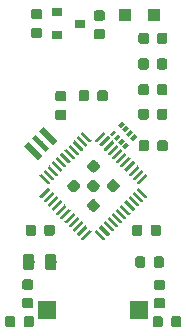
<source format=gbr>
G04 #@! TF.GenerationSoftware,KiCad,Pcbnew,5.1.2-f72e74a~84~ubuntu18.04.1*
G04 #@! TF.CreationDate,2020-01-07T06:29:19+03:00*
G04 #@! TF.ProjectId,OM-128,4f4d2d31-3238-42e6-9b69-6361645f7063,rev?*
G04 #@! TF.SameCoordinates,PX5f5e100PY7270e00*
G04 #@! TF.FileFunction,Paste,Top*
G04 #@! TF.FilePolarity,Positive*
%FSLAX46Y46*%
G04 Gerber Fmt 4.6, Leading zero omitted, Abs format (unit mm)*
G04 Created by KiCad (PCBNEW 5.1.2-f72e74a~84~ubuntu18.04.1) date 2020-01-07 06:29:19*
%MOMM*%
%LPD*%
G04 APERTURE LIST*
%ADD10C,0.100000*%
%ADD11C,0.900000*%
%ADD12C,0.250000*%
%ADD13C,0.875000*%
%ADD14R,0.900000X0.800000*%
%ADD15R,1.000000X1.000000*%
%ADD16C,0.975000*%
%ADD17C,0.500000*%
%ADD18C,0.400000*%
%ADD19C,0.320000*%
%ADD20R,1.500000X1.500000*%
G04 APERTURE END LIST*
D10*
G36*
X10021877Y16542869D02*
G01*
X10043544Y16539655D01*
X10064792Y16534333D01*
X10085415Y16526954D01*
X10105216Y16517589D01*
X10124003Y16506328D01*
X10141597Y16493280D01*
X10157826Y16478570D01*
X10478570Y16157826D01*
X10493280Y16141597D01*
X10506328Y16124003D01*
X10517589Y16105216D01*
X10526954Y16085415D01*
X10534333Y16064792D01*
X10539655Y16043544D01*
X10542869Y16021877D01*
X10543944Y16000000D01*
X10542869Y15978123D01*
X10539655Y15956456D01*
X10534333Y15935208D01*
X10526954Y15914585D01*
X10517589Y15894784D01*
X10506328Y15875997D01*
X10493280Y15858403D01*
X10478570Y15842174D01*
X10157826Y15521430D01*
X10141597Y15506720D01*
X10124003Y15493672D01*
X10105216Y15482411D01*
X10085415Y15473046D01*
X10064792Y15465667D01*
X10043544Y15460345D01*
X10021877Y15457131D01*
X10000000Y15456056D01*
X9978123Y15457131D01*
X9956456Y15460345D01*
X9935208Y15465667D01*
X9914585Y15473046D01*
X9894784Y15482411D01*
X9875997Y15493672D01*
X9858403Y15506720D01*
X9842174Y15521430D01*
X9521430Y15842174D01*
X9506720Y15858403D01*
X9493672Y15875997D01*
X9482411Y15894784D01*
X9473046Y15914585D01*
X9465667Y15935208D01*
X9460345Y15956456D01*
X9457131Y15978123D01*
X9456056Y16000000D01*
X9457131Y16021877D01*
X9460345Y16043544D01*
X9465667Y16064792D01*
X9473046Y16085415D01*
X9482411Y16105216D01*
X9493672Y16124003D01*
X9506720Y16141597D01*
X9521430Y16157826D01*
X9842174Y16478570D01*
X9858403Y16493280D01*
X9875997Y16506328D01*
X9894784Y16517589D01*
X9914585Y16526954D01*
X9935208Y16534333D01*
X9956456Y16539655D01*
X9978123Y16542869D01*
X10000000Y16543944D01*
X10021877Y16542869D01*
X10021877Y16542869D01*
G37*
D11*
X10000000Y16000000D03*
D10*
G36*
X9122242Y20570005D02*
G01*
X9128309Y20569105D01*
X9134259Y20567615D01*
X9140034Y20565548D01*
X9145578Y20562926D01*
X9150839Y20559773D01*
X9155766Y20556119D01*
X9160310Y20552000D01*
X9832062Y19880248D01*
X9836181Y19875704D01*
X9839835Y19870777D01*
X9842988Y19865516D01*
X9845610Y19859972D01*
X9847677Y19854197D01*
X9849167Y19848247D01*
X9850067Y19842180D01*
X9850368Y19836054D01*
X9850067Y19829928D01*
X9849167Y19823861D01*
X9847677Y19817911D01*
X9845610Y19812136D01*
X9842988Y19806592D01*
X9839835Y19801331D01*
X9836181Y19796404D01*
X9832062Y19791860D01*
X9743674Y19703472D01*
X9739130Y19699353D01*
X9734203Y19695699D01*
X9728942Y19692546D01*
X9723398Y19689924D01*
X9717623Y19687857D01*
X9711673Y19686367D01*
X9705606Y19685467D01*
X9699480Y19685166D01*
X9693354Y19685467D01*
X9687287Y19686367D01*
X9681337Y19687857D01*
X9675562Y19689924D01*
X9670018Y19692546D01*
X9664757Y19695699D01*
X9659830Y19699353D01*
X9655286Y19703472D01*
X8983534Y20375224D01*
X8979415Y20379768D01*
X8975761Y20384695D01*
X8972608Y20389956D01*
X8969986Y20395500D01*
X8967919Y20401275D01*
X8966429Y20407225D01*
X8965529Y20413292D01*
X8965228Y20419418D01*
X8965529Y20425544D01*
X8966429Y20431611D01*
X8967919Y20437561D01*
X8969986Y20443336D01*
X8972608Y20448880D01*
X8975761Y20454141D01*
X8979415Y20459068D01*
X8983534Y20463612D01*
X9071922Y20552000D01*
X9076466Y20556119D01*
X9081393Y20559773D01*
X9086654Y20562926D01*
X9092198Y20565548D01*
X9097973Y20567615D01*
X9103923Y20569105D01*
X9109990Y20570005D01*
X9116116Y20570306D01*
X9122242Y20570005D01*
X9122242Y20570005D01*
G37*
D12*
X9407798Y20127736D03*
D10*
G36*
X8768689Y20216451D02*
G01*
X8774756Y20215551D01*
X8780706Y20214061D01*
X8786481Y20211994D01*
X8792025Y20209372D01*
X8797286Y20206219D01*
X8802213Y20202565D01*
X8806757Y20198446D01*
X9478509Y19526694D01*
X9482628Y19522150D01*
X9486282Y19517223D01*
X9489435Y19511962D01*
X9492057Y19506418D01*
X9494124Y19500643D01*
X9495614Y19494693D01*
X9496514Y19488626D01*
X9496815Y19482500D01*
X9496514Y19476374D01*
X9495614Y19470307D01*
X9494124Y19464357D01*
X9492057Y19458582D01*
X9489435Y19453038D01*
X9486282Y19447777D01*
X9482628Y19442850D01*
X9478509Y19438306D01*
X9390121Y19349918D01*
X9385577Y19345799D01*
X9380650Y19342145D01*
X9375389Y19338992D01*
X9369845Y19336370D01*
X9364070Y19334303D01*
X9358120Y19332813D01*
X9352053Y19331913D01*
X9345927Y19331612D01*
X9339801Y19331913D01*
X9333734Y19332813D01*
X9327784Y19334303D01*
X9322009Y19336370D01*
X9316465Y19338992D01*
X9311204Y19342145D01*
X9306277Y19345799D01*
X9301733Y19349918D01*
X8629981Y20021670D01*
X8625862Y20026214D01*
X8622208Y20031141D01*
X8619055Y20036402D01*
X8616433Y20041946D01*
X8614366Y20047721D01*
X8612876Y20053671D01*
X8611976Y20059738D01*
X8611675Y20065864D01*
X8611976Y20071990D01*
X8612876Y20078057D01*
X8614366Y20084007D01*
X8616433Y20089782D01*
X8619055Y20095326D01*
X8622208Y20100587D01*
X8625862Y20105514D01*
X8629981Y20110058D01*
X8718369Y20198446D01*
X8722913Y20202565D01*
X8727840Y20206219D01*
X8733101Y20209372D01*
X8738645Y20211994D01*
X8744420Y20214061D01*
X8750370Y20215551D01*
X8756437Y20216451D01*
X8762563Y20216752D01*
X8768689Y20216451D01*
X8768689Y20216451D01*
G37*
D12*
X9054245Y19774182D03*
D10*
G36*
X8415135Y19862898D02*
G01*
X8421202Y19861998D01*
X8427152Y19860508D01*
X8432927Y19858441D01*
X8438471Y19855819D01*
X8443732Y19852666D01*
X8448659Y19849012D01*
X8453203Y19844893D01*
X9124955Y19173141D01*
X9129074Y19168597D01*
X9132728Y19163670D01*
X9135881Y19158409D01*
X9138503Y19152865D01*
X9140570Y19147090D01*
X9142060Y19141140D01*
X9142960Y19135073D01*
X9143261Y19128947D01*
X9142960Y19122821D01*
X9142060Y19116754D01*
X9140570Y19110804D01*
X9138503Y19105029D01*
X9135881Y19099485D01*
X9132728Y19094224D01*
X9129074Y19089297D01*
X9124955Y19084753D01*
X9036567Y18996365D01*
X9032023Y18992246D01*
X9027096Y18988592D01*
X9021835Y18985439D01*
X9016291Y18982817D01*
X9010516Y18980750D01*
X9004566Y18979260D01*
X8998499Y18978360D01*
X8992373Y18978059D01*
X8986247Y18978360D01*
X8980180Y18979260D01*
X8974230Y18980750D01*
X8968455Y18982817D01*
X8962911Y18985439D01*
X8957650Y18988592D01*
X8952723Y18992246D01*
X8948179Y18996365D01*
X8276427Y19668117D01*
X8272308Y19672661D01*
X8268654Y19677588D01*
X8265501Y19682849D01*
X8262879Y19688393D01*
X8260812Y19694168D01*
X8259322Y19700118D01*
X8258422Y19706185D01*
X8258121Y19712311D01*
X8258422Y19718437D01*
X8259322Y19724504D01*
X8260812Y19730454D01*
X8262879Y19736229D01*
X8265501Y19741773D01*
X8268654Y19747034D01*
X8272308Y19751961D01*
X8276427Y19756505D01*
X8364815Y19844893D01*
X8369359Y19849012D01*
X8374286Y19852666D01*
X8379547Y19855819D01*
X8385091Y19858441D01*
X8390866Y19860508D01*
X8396816Y19861998D01*
X8402883Y19862898D01*
X8409009Y19863199D01*
X8415135Y19862898D01*
X8415135Y19862898D01*
G37*
D12*
X8700691Y19420629D03*
D10*
G36*
X8061582Y19509345D02*
G01*
X8067649Y19508445D01*
X8073599Y19506955D01*
X8079374Y19504888D01*
X8084918Y19502266D01*
X8090179Y19499113D01*
X8095106Y19495459D01*
X8099650Y19491340D01*
X8771402Y18819588D01*
X8775521Y18815044D01*
X8779175Y18810117D01*
X8782328Y18804856D01*
X8784950Y18799312D01*
X8787017Y18793537D01*
X8788507Y18787587D01*
X8789407Y18781520D01*
X8789708Y18775394D01*
X8789407Y18769268D01*
X8788507Y18763201D01*
X8787017Y18757251D01*
X8784950Y18751476D01*
X8782328Y18745932D01*
X8779175Y18740671D01*
X8775521Y18735744D01*
X8771402Y18731200D01*
X8683014Y18642812D01*
X8678470Y18638693D01*
X8673543Y18635039D01*
X8668282Y18631886D01*
X8662738Y18629264D01*
X8656963Y18627197D01*
X8651013Y18625707D01*
X8644946Y18624807D01*
X8638820Y18624506D01*
X8632694Y18624807D01*
X8626627Y18625707D01*
X8620677Y18627197D01*
X8614902Y18629264D01*
X8609358Y18631886D01*
X8604097Y18635039D01*
X8599170Y18638693D01*
X8594626Y18642812D01*
X7922874Y19314564D01*
X7918755Y19319108D01*
X7915101Y19324035D01*
X7911948Y19329296D01*
X7909326Y19334840D01*
X7907259Y19340615D01*
X7905769Y19346565D01*
X7904869Y19352632D01*
X7904568Y19358758D01*
X7904869Y19364884D01*
X7905769Y19370951D01*
X7907259Y19376901D01*
X7909326Y19382676D01*
X7911948Y19388220D01*
X7915101Y19393481D01*
X7918755Y19398408D01*
X7922874Y19402952D01*
X8011262Y19491340D01*
X8015806Y19495459D01*
X8020733Y19499113D01*
X8025994Y19502266D01*
X8031538Y19504888D01*
X8037313Y19506955D01*
X8043263Y19508445D01*
X8049330Y19509345D01*
X8055456Y19509646D01*
X8061582Y19509345D01*
X8061582Y19509345D01*
G37*
D12*
X8347138Y19067076D03*
D10*
G36*
X7708029Y19155791D02*
G01*
X7714096Y19154891D01*
X7720046Y19153401D01*
X7725821Y19151334D01*
X7731365Y19148712D01*
X7736626Y19145559D01*
X7741553Y19141905D01*
X7746097Y19137786D01*
X8417849Y18466034D01*
X8421968Y18461490D01*
X8425622Y18456563D01*
X8428775Y18451302D01*
X8431397Y18445758D01*
X8433464Y18439983D01*
X8434954Y18434033D01*
X8435854Y18427966D01*
X8436155Y18421840D01*
X8435854Y18415714D01*
X8434954Y18409647D01*
X8433464Y18403697D01*
X8431397Y18397922D01*
X8428775Y18392378D01*
X8425622Y18387117D01*
X8421968Y18382190D01*
X8417849Y18377646D01*
X8329461Y18289258D01*
X8324917Y18285139D01*
X8319990Y18281485D01*
X8314729Y18278332D01*
X8309185Y18275710D01*
X8303410Y18273643D01*
X8297460Y18272153D01*
X8291393Y18271253D01*
X8285267Y18270952D01*
X8279141Y18271253D01*
X8273074Y18272153D01*
X8267124Y18273643D01*
X8261349Y18275710D01*
X8255805Y18278332D01*
X8250544Y18281485D01*
X8245617Y18285139D01*
X8241073Y18289258D01*
X7569321Y18961010D01*
X7565202Y18965554D01*
X7561548Y18970481D01*
X7558395Y18975742D01*
X7555773Y18981286D01*
X7553706Y18987061D01*
X7552216Y18993011D01*
X7551316Y18999078D01*
X7551015Y19005204D01*
X7551316Y19011330D01*
X7552216Y19017397D01*
X7553706Y19023347D01*
X7555773Y19029122D01*
X7558395Y19034666D01*
X7561548Y19039927D01*
X7565202Y19044854D01*
X7569321Y19049398D01*
X7657709Y19137786D01*
X7662253Y19141905D01*
X7667180Y19145559D01*
X7672441Y19148712D01*
X7677985Y19151334D01*
X7683760Y19153401D01*
X7689710Y19154891D01*
X7695777Y19155791D01*
X7701903Y19156092D01*
X7708029Y19155791D01*
X7708029Y19155791D01*
G37*
D12*
X7993585Y18713522D03*
D10*
G36*
X7354475Y18802238D02*
G01*
X7360542Y18801338D01*
X7366492Y18799848D01*
X7372267Y18797781D01*
X7377811Y18795159D01*
X7383072Y18792006D01*
X7387999Y18788352D01*
X7392543Y18784233D01*
X8064295Y18112481D01*
X8068414Y18107937D01*
X8072068Y18103010D01*
X8075221Y18097749D01*
X8077843Y18092205D01*
X8079910Y18086430D01*
X8081400Y18080480D01*
X8082300Y18074413D01*
X8082601Y18068287D01*
X8082300Y18062161D01*
X8081400Y18056094D01*
X8079910Y18050144D01*
X8077843Y18044369D01*
X8075221Y18038825D01*
X8072068Y18033564D01*
X8068414Y18028637D01*
X8064295Y18024093D01*
X7975907Y17935705D01*
X7971363Y17931586D01*
X7966436Y17927932D01*
X7961175Y17924779D01*
X7955631Y17922157D01*
X7949856Y17920090D01*
X7943906Y17918600D01*
X7937839Y17917700D01*
X7931713Y17917399D01*
X7925587Y17917700D01*
X7919520Y17918600D01*
X7913570Y17920090D01*
X7907795Y17922157D01*
X7902251Y17924779D01*
X7896990Y17927932D01*
X7892063Y17931586D01*
X7887519Y17935705D01*
X7215767Y18607457D01*
X7211648Y18612001D01*
X7207994Y18616928D01*
X7204841Y18622189D01*
X7202219Y18627733D01*
X7200152Y18633508D01*
X7198662Y18639458D01*
X7197762Y18645525D01*
X7197461Y18651651D01*
X7197762Y18657777D01*
X7198662Y18663844D01*
X7200152Y18669794D01*
X7202219Y18675569D01*
X7204841Y18681113D01*
X7207994Y18686374D01*
X7211648Y18691301D01*
X7215767Y18695845D01*
X7304155Y18784233D01*
X7308699Y18788352D01*
X7313626Y18792006D01*
X7318887Y18795159D01*
X7324431Y18797781D01*
X7330206Y18799848D01*
X7336156Y18801338D01*
X7342223Y18802238D01*
X7348349Y18802539D01*
X7354475Y18802238D01*
X7354475Y18802238D01*
G37*
D12*
X7640031Y18359969D03*
D10*
G36*
X7000922Y18448684D02*
G01*
X7006989Y18447784D01*
X7012939Y18446294D01*
X7018714Y18444227D01*
X7024258Y18441605D01*
X7029519Y18438452D01*
X7034446Y18434798D01*
X7038990Y18430679D01*
X7710742Y17758927D01*
X7714861Y17754383D01*
X7718515Y17749456D01*
X7721668Y17744195D01*
X7724290Y17738651D01*
X7726357Y17732876D01*
X7727847Y17726926D01*
X7728747Y17720859D01*
X7729048Y17714733D01*
X7728747Y17708607D01*
X7727847Y17702540D01*
X7726357Y17696590D01*
X7724290Y17690815D01*
X7721668Y17685271D01*
X7718515Y17680010D01*
X7714861Y17675083D01*
X7710742Y17670539D01*
X7622354Y17582151D01*
X7617810Y17578032D01*
X7612883Y17574378D01*
X7607622Y17571225D01*
X7602078Y17568603D01*
X7596303Y17566536D01*
X7590353Y17565046D01*
X7584286Y17564146D01*
X7578160Y17563845D01*
X7572034Y17564146D01*
X7565967Y17565046D01*
X7560017Y17566536D01*
X7554242Y17568603D01*
X7548698Y17571225D01*
X7543437Y17574378D01*
X7538510Y17578032D01*
X7533966Y17582151D01*
X6862214Y18253903D01*
X6858095Y18258447D01*
X6854441Y18263374D01*
X6851288Y18268635D01*
X6848666Y18274179D01*
X6846599Y18279954D01*
X6845109Y18285904D01*
X6844209Y18291971D01*
X6843908Y18298097D01*
X6844209Y18304223D01*
X6845109Y18310290D01*
X6846599Y18316240D01*
X6848666Y18322015D01*
X6851288Y18327559D01*
X6854441Y18332820D01*
X6858095Y18337747D01*
X6862214Y18342291D01*
X6950602Y18430679D01*
X6955146Y18434798D01*
X6960073Y18438452D01*
X6965334Y18441605D01*
X6970878Y18444227D01*
X6976653Y18446294D01*
X6982603Y18447784D01*
X6988670Y18448684D01*
X6994796Y18448985D01*
X7000922Y18448684D01*
X7000922Y18448684D01*
G37*
D12*
X7286478Y18006415D03*
D10*
G36*
X6647368Y18095131D02*
G01*
X6653435Y18094231D01*
X6659385Y18092741D01*
X6665160Y18090674D01*
X6670704Y18088052D01*
X6675965Y18084899D01*
X6680892Y18081245D01*
X6685436Y18077126D01*
X7357188Y17405374D01*
X7361307Y17400830D01*
X7364961Y17395903D01*
X7368114Y17390642D01*
X7370736Y17385098D01*
X7372803Y17379323D01*
X7374293Y17373373D01*
X7375193Y17367306D01*
X7375494Y17361180D01*
X7375193Y17355054D01*
X7374293Y17348987D01*
X7372803Y17343037D01*
X7370736Y17337262D01*
X7368114Y17331718D01*
X7364961Y17326457D01*
X7361307Y17321530D01*
X7357188Y17316986D01*
X7268800Y17228598D01*
X7264256Y17224479D01*
X7259329Y17220825D01*
X7254068Y17217672D01*
X7248524Y17215050D01*
X7242749Y17212983D01*
X7236799Y17211493D01*
X7230732Y17210593D01*
X7224606Y17210292D01*
X7218480Y17210593D01*
X7212413Y17211493D01*
X7206463Y17212983D01*
X7200688Y17215050D01*
X7195144Y17217672D01*
X7189883Y17220825D01*
X7184956Y17224479D01*
X7180412Y17228598D01*
X6508660Y17900350D01*
X6504541Y17904894D01*
X6500887Y17909821D01*
X6497734Y17915082D01*
X6495112Y17920626D01*
X6493045Y17926401D01*
X6491555Y17932351D01*
X6490655Y17938418D01*
X6490354Y17944544D01*
X6490655Y17950670D01*
X6491555Y17956737D01*
X6493045Y17962687D01*
X6495112Y17968462D01*
X6497734Y17974006D01*
X6500887Y17979267D01*
X6504541Y17984194D01*
X6508660Y17988738D01*
X6597048Y18077126D01*
X6601592Y18081245D01*
X6606519Y18084899D01*
X6611780Y18088052D01*
X6617324Y18090674D01*
X6623099Y18092741D01*
X6629049Y18094231D01*
X6635116Y18095131D01*
X6641242Y18095432D01*
X6647368Y18095131D01*
X6647368Y18095131D01*
G37*
D12*
X6932924Y17652862D03*
D10*
G36*
X6293815Y17741578D02*
G01*
X6299882Y17740678D01*
X6305832Y17739188D01*
X6311607Y17737121D01*
X6317151Y17734499D01*
X6322412Y17731346D01*
X6327339Y17727692D01*
X6331883Y17723573D01*
X7003635Y17051821D01*
X7007754Y17047277D01*
X7011408Y17042350D01*
X7014561Y17037089D01*
X7017183Y17031545D01*
X7019250Y17025770D01*
X7020740Y17019820D01*
X7021640Y17013753D01*
X7021941Y17007627D01*
X7021640Y17001501D01*
X7020740Y16995434D01*
X7019250Y16989484D01*
X7017183Y16983709D01*
X7014561Y16978165D01*
X7011408Y16972904D01*
X7007754Y16967977D01*
X7003635Y16963433D01*
X6915247Y16875045D01*
X6910703Y16870926D01*
X6905776Y16867272D01*
X6900515Y16864119D01*
X6894971Y16861497D01*
X6889196Y16859430D01*
X6883246Y16857940D01*
X6877179Y16857040D01*
X6871053Y16856739D01*
X6864927Y16857040D01*
X6858860Y16857940D01*
X6852910Y16859430D01*
X6847135Y16861497D01*
X6841591Y16864119D01*
X6836330Y16867272D01*
X6831403Y16870926D01*
X6826859Y16875045D01*
X6155107Y17546797D01*
X6150988Y17551341D01*
X6147334Y17556268D01*
X6144181Y17561529D01*
X6141559Y17567073D01*
X6139492Y17572848D01*
X6138002Y17578798D01*
X6137102Y17584865D01*
X6136801Y17590991D01*
X6137102Y17597117D01*
X6138002Y17603184D01*
X6139492Y17609134D01*
X6141559Y17614909D01*
X6144181Y17620453D01*
X6147334Y17625714D01*
X6150988Y17630641D01*
X6155107Y17635185D01*
X6243495Y17723573D01*
X6248039Y17727692D01*
X6252966Y17731346D01*
X6258227Y17734499D01*
X6263771Y17737121D01*
X6269546Y17739188D01*
X6275496Y17740678D01*
X6281563Y17741578D01*
X6287689Y17741879D01*
X6293815Y17741578D01*
X6293815Y17741578D01*
G37*
D12*
X6579371Y17299309D03*
D10*
G36*
X5940262Y17388024D02*
G01*
X5946329Y17387124D01*
X5952279Y17385634D01*
X5958054Y17383567D01*
X5963598Y17380945D01*
X5968859Y17377792D01*
X5973786Y17374138D01*
X5978330Y17370019D01*
X6650082Y16698267D01*
X6654201Y16693723D01*
X6657855Y16688796D01*
X6661008Y16683535D01*
X6663630Y16677991D01*
X6665697Y16672216D01*
X6667187Y16666266D01*
X6668087Y16660199D01*
X6668388Y16654073D01*
X6668087Y16647947D01*
X6667187Y16641880D01*
X6665697Y16635930D01*
X6663630Y16630155D01*
X6661008Y16624611D01*
X6657855Y16619350D01*
X6654201Y16614423D01*
X6650082Y16609879D01*
X6561694Y16521491D01*
X6557150Y16517372D01*
X6552223Y16513718D01*
X6546962Y16510565D01*
X6541418Y16507943D01*
X6535643Y16505876D01*
X6529693Y16504386D01*
X6523626Y16503486D01*
X6517500Y16503185D01*
X6511374Y16503486D01*
X6505307Y16504386D01*
X6499357Y16505876D01*
X6493582Y16507943D01*
X6488038Y16510565D01*
X6482777Y16513718D01*
X6477850Y16517372D01*
X6473306Y16521491D01*
X5801554Y17193243D01*
X5797435Y17197787D01*
X5793781Y17202714D01*
X5790628Y17207975D01*
X5788006Y17213519D01*
X5785939Y17219294D01*
X5784449Y17225244D01*
X5783549Y17231311D01*
X5783248Y17237437D01*
X5783549Y17243563D01*
X5784449Y17249630D01*
X5785939Y17255580D01*
X5788006Y17261355D01*
X5790628Y17266899D01*
X5793781Y17272160D01*
X5797435Y17277087D01*
X5801554Y17281631D01*
X5889942Y17370019D01*
X5894486Y17374138D01*
X5899413Y17377792D01*
X5904674Y17380945D01*
X5910218Y17383567D01*
X5915993Y17385634D01*
X5921943Y17387124D01*
X5928010Y17388024D01*
X5934136Y17388325D01*
X5940262Y17388024D01*
X5940262Y17388024D01*
G37*
D12*
X6225818Y16945755D03*
D10*
G36*
X5586708Y17034471D02*
G01*
X5592775Y17033571D01*
X5598725Y17032081D01*
X5604500Y17030014D01*
X5610044Y17027392D01*
X5615305Y17024239D01*
X5620232Y17020585D01*
X5624776Y17016466D01*
X6296528Y16344714D01*
X6300647Y16340170D01*
X6304301Y16335243D01*
X6307454Y16329982D01*
X6310076Y16324438D01*
X6312143Y16318663D01*
X6313633Y16312713D01*
X6314533Y16306646D01*
X6314834Y16300520D01*
X6314533Y16294394D01*
X6313633Y16288327D01*
X6312143Y16282377D01*
X6310076Y16276602D01*
X6307454Y16271058D01*
X6304301Y16265797D01*
X6300647Y16260870D01*
X6296528Y16256326D01*
X6208140Y16167938D01*
X6203596Y16163819D01*
X6198669Y16160165D01*
X6193408Y16157012D01*
X6187864Y16154390D01*
X6182089Y16152323D01*
X6176139Y16150833D01*
X6170072Y16149933D01*
X6163946Y16149632D01*
X6157820Y16149933D01*
X6151753Y16150833D01*
X6145803Y16152323D01*
X6140028Y16154390D01*
X6134484Y16157012D01*
X6129223Y16160165D01*
X6124296Y16163819D01*
X6119752Y16167938D01*
X5448000Y16839690D01*
X5443881Y16844234D01*
X5440227Y16849161D01*
X5437074Y16854422D01*
X5434452Y16859966D01*
X5432385Y16865741D01*
X5430895Y16871691D01*
X5429995Y16877758D01*
X5429694Y16883884D01*
X5429995Y16890010D01*
X5430895Y16896077D01*
X5432385Y16902027D01*
X5434452Y16907802D01*
X5437074Y16913346D01*
X5440227Y16918607D01*
X5443881Y16923534D01*
X5448000Y16928078D01*
X5536388Y17016466D01*
X5540932Y17020585D01*
X5545859Y17024239D01*
X5551120Y17027392D01*
X5556664Y17030014D01*
X5562439Y17032081D01*
X5568389Y17033571D01*
X5574456Y17034471D01*
X5580582Y17034772D01*
X5586708Y17034471D01*
X5586708Y17034471D01*
G37*
D12*
X5872264Y16592202D03*
D10*
G36*
X6170072Y15850067D02*
G01*
X6176139Y15849167D01*
X6182089Y15847677D01*
X6187864Y15845610D01*
X6193408Y15842988D01*
X6198669Y15839835D01*
X6203596Y15836181D01*
X6208140Y15832062D01*
X6296528Y15743674D01*
X6300647Y15739130D01*
X6304301Y15734203D01*
X6307454Y15728942D01*
X6310076Y15723398D01*
X6312143Y15717623D01*
X6313633Y15711673D01*
X6314533Y15705606D01*
X6314834Y15699480D01*
X6314533Y15693354D01*
X6313633Y15687287D01*
X6312143Y15681337D01*
X6310076Y15675562D01*
X6307454Y15670018D01*
X6304301Y15664757D01*
X6300647Y15659830D01*
X6296528Y15655286D01*
X5624776Y14983534D01*
X5620232Y14979415D01*
X5615305Y14975761D01*
X5610044Y14972608D01*
X5604500Y14969986D01*
X5598725Y14967919D01*
X5592775Y14966429D01*
X5586708Y14965529D01*
X5580582Y14965228D01*
X5574456Y14965529D01*
X5568389Y14966429D01*
X5562439Y14967919D01*
X5556664Y14969986D01*
X5551120Y14972608D01*
X5545859Y14975761D01*
X5540932Y14979415D01*
X5536388Y14983534D01*
X5448000Y15071922D01*
X5443881Y15076466D01*
X5440227Y15081393D01*
X5437074Y15086654D01*
X5434452Y15092198D01*
X5432385Y15097973D01*
X5430895Y15103923D01*
X5429995Y15109990D01*
X5429694Y15116116D01*
X5429995Y15122242D01*
X5430895Y15128309D01*
X5432385Y15134259D01*
X5434452Y15140034D01*
X5437074Y15145578D01*
X5440227Y15150839D01*
X5443881Y15155766D01*
X5448000Y15160310D01*
X6119752Y15832062D01*
X6124296Y15836181D01*
X6129223Y15839835D01*
X6134484Y15842988D01*
X6140028Y15845610D01*
X6145803Y15847677D01*
X6151753Y15849167D01*
X6157820Y15850067D01*
X6163946Y15850368D01*
X6170072Y15850067D01*
X6170072Y15850067D01*
G37*
D12*
X5872264Y15407798D03*
D10*
G36*
X6523626Y15496514D02*
G01*
X6529693Y15495614D01*
X6535643Y15494124D01*
X6541418Y15492057D01*
X6546962Y15489435D01*
X6552223Y15486282D01*
X6557150Y15482628D01*
X6561694Y15478509D01*
X6650082Y15390121D01*
X6654201Y15385577D01*
X6657855Y15380650D01*
X6661008Y15375389D01*
X6663630Y15369845D01*
X6665697Y15364070D01*
X6667187Y15358120D01*
X6668087Y15352053D01*
X6668388Y15345927D01*
X6668087Y15339801D01*
X6667187Y15333734D01*
X6665697Y15327784D01*
X6663630Y15322009D01*
X6661008Y15316465D01*
X6657855Y15311204D01*
X6654201Y15306277D01*
X6650082Y15301733D01*
X5978330Y14629981D01*
X5973786Y14625862D01*
X5968859Y14622208D01*
X5963598Y14619055D01*
X5958054Y14616433D01*
X5952279Y14614366D01*
X5946329Y14612876D01*
X5940262Y14611976D01*
X5934136Y14611675D01*
X5928010Y14611976D01*
X5921943Y14612876D01*
X5915993Y14614366D01*
X5910218Y14616433D01*
X5904674Y14619055D01*
X5899413Y14622208D01*
X5894486Y14625862D01*
X5889942Y14629981D01*
X5801554Y14718369D01*
X5797435Y14722913D01*
X5793781Y14727840D01*
X5790628Y14733101D01*
X5788006Y14738645D01*
X5785939Y14744420D01*
X5784449Y14750370D01*
X5783549Y14756437D01*
X5783248Y14762563D01*
X5783549Y14768689D01*
X5784449Y14774756D01*
X5785939Y14780706D01*
X5788006Y14786481D01*
X5790628Y14792025D01*
X5793781Y14797286D01*
X5797435Y14802213D01*
X5801554Y14806757D01*
X6473306Y15478509D01*
X6477850Y15482628D01*
X6482777Y15486282D01*
X6488038Y15489435D01*
X6493582Y15492057D01*
X6499357Y15494124D01*
X6505307Y15495614D01*
X6511374Y15496514D01*
X6517500Y15496815D01*
X6523626Y15496514D01*
X6523626Y15496514D01*
G37*
D12*
X6225818Y15054245D03*
D10*
G36*
X6877179Y15142960D02*
G01*
X6883246Y15142060D01*
X6889196Y15140570D01*
X6894971Y15138503D01*
X6900515Y15135881D01*
X6905776Y15132728D01*
X6910703Y15129074D01*
X6915247Y15124955D01*
X7003635Y15036567D01*
X7007754Y15032023D01*
X7011408Y15027096D01*
X7014561Y15021835D01*
X7017183Y15016291D01*
X7019250Y15010516D01*
X7020740Y15004566D01*
X7021640Y14998499D01*
X7021941Y14992373D01*
X7021640Y14986247D01*
X7020740Y14980180D01*
X7019250Y14974230D01*
X7017183Y14968455D01*
X7014561Y14962911D01*
X7011408Y14957650D01*
X7007754Y14952723D01*
X7003635Y14948179D01*
X6331883Y14276427D01*
X6327339Y14272308D01*
X6322412Y14268654D01*
X6317151Y14265501D01*
X6311607Y14262879D01*
X6305832Y14260812D01*
X6299882Y14259322D01*
X6293815Y14258422D01*
X6287689Y14258121D01*
X6281563Y14258422D01*
X6275496Y14259322D01*
X6269546Y14260812D01*
X6263771Y14262879D01*
X6258227Y14265501D01*
X6252966Y14268654D01*
X6248039Y14272308D01*
X6243495Y14276427D01*
X6155107Y14364815D01*
X6150988Y14369359D01*
X6147334Y14374286D01*
X6144181Y14379547D01*
X6141559Y14385091D01*
X6139492Y14390866D01*
X6138002Y14396816D01*
X6137102Y14402883D01*
X6136801Y14409009D01*
X6137102Y14415135D01*
X6138002Y14421202D01*
X6139492Y14427152D01*
X6141559Y14432927D01*
X6144181Y14438471D01*
X6147334Y14443732D01*
X6150988Y14448659D01*
X6155107Y14453203D01*
X6826859Y15124955D01*
X6831403Y15129074D01*
X6836330Y15132728D01*
X6841591Y15135881D01*
X6847135Y15138503D01*
X6852910Y15140570D01*
X6858860Y15142060D01*
X6864927Y15142960D01*
X6871053Y15143261D01*
X6877179Y15142960D01*
X6877179Y15142960D01*
G37*
D12*
X6579371Y14700691D03*
D10*
G36*
X7230732Y14789407D02*
G01*
X7236799Y14788507D01*
X7242749Y14787017D01*
X7248524Y14784950D01*
X7254068Y14782328D01*
X7259329Y14779175D01*
X7264256Y14775521D01*
X7268800Y14771402D01*
X7357188Y14683014D01*
X7361307Y14678470D01*
X7364961Y14673543D01*
X7368114Y14668282D01*
X7370736Y14662738D01*
X7372803Y14656963D01*
X7374293Y14651013D01*
X7375193Y14644946D01*
X7375494Y14638820D01*
X7375193Y14632694D01*
X7374293Y14626627D01*
X7372803Y14620677D01*
X7370736Y14614902D01*
X7368114Y14609358D01*
X7364961Y14604097D01*
X7361307Y14599170D01*
X7357188Y14594626D01*
X6685436Y13922874D01*
X6680892Y13918755D01*
X6675965Y13915101D01*
X6670704Y13911948D01*
X6665160Y13909326D01*
X6659385Y13907259D01*
X6653435Y13905769D01*
X6647368Y13904869D01*
X6641242Y13904568D01*
X6635116Y13904869D01*
X6629049Y13905769D01*
X6623099Y13907259D01*
X6617324Y13909326D01*
X6611780Y13911948D01*
X6606519Y13915101D01*
X6601592Y13918755D01*
X6597048Y13922874D01*
X6508660Y14011262D01*
X6504541Y14015806D01*
X6500887Y14020733D01*
X6497734Y14025994D01*
X6495112Y14031538D01*
X6493045Y14037313D01*
X6491555Y14043263D01*
X6490655Y14049330D01*
X6490354Y14055456D01*
X6490655Y14061582D01*
X6491555Y14067649D01*
X6493045Y14073599D01*
X6495112Y14079374D01*
X6497734Y14084918D01*
X6500887Y14090179D01*
X6504541Y14095106D01*
X6508660Y14099650D01*
X7180412Y14771402D01*
X7184956Y14775521D01*
X7189883Y14779175D01*
X7195144Y14782328D01*
X7200688Y14784950D01*
X7206463Y14787017D01*
X7212413Y14788507D01*
X7218480Y14789407D01*
X7224606Y14789708D01*
X7230732Y14789407D01*
X7230732Y14789407D01*
G37*
D12*
X6932924Y14347138D03*
D10*
G36*
X7584286Y14435854D02*
G01*
X7590353Y14434954D01*
X7596303Y14433464D01*
X7602078Y14431397D01*
X7607622Y14428775D01*
X7612883Y14425622D01*
X7617810Y14421968D01*
X7622354Y14417849D01*
X7710742Y14329461D01*
X7714861Y14324917D01*
X7718515Y14319990D01*
X7721668Y14314729D01*
X7724290Y14309185D01*
X7726357Y14303410D01*
X7727847Y14297460D01*
X7728747Y14291393D01*
X7729048Y14285267D01*
X7728747Y14279141D01*
X7727847Y14273074D01*
X7726357Y14267124D01*
X7724290Y14261349D01*
X7721668Y14255805D01*
X7718515Y14250544D01*
X7714861Y14245617D01*
X7710742Y14241073D01*
X7038990Y13569321D01*
X7034446Y13565202D01*
X7029519Y13561548D01*
X7024258Y13558395D01*
X7018714Y13555773D01*
X7012939Y13553706D01*
X7006989Y13552216D01*
X7000922Y13551316D01*
X6994796Y13551015D01*
X6988670Y13551316D01*
X6982603Y13552216D01*
X6976653Y13553706D01*
X6970878Y13555773D01*
X6965334Y13558395D01*
X6960073Y13561548D01*
X6955146Y13565202D01*
X6950602Y13569321D01*
X6862214Y13657709D01*
X6858095Y13662253D01*
X6854441Y13667180D01*
X6851288Y13672441D01*
X6848666Y13677985D01*
X6846599Y13683760D01*
X6845109Y13689710D01*
X6844209Y13695777D01*
X6843908Y13701903D01*
X6844209Y13708029D01*
X6845109Y13714096D01*
X6846599Y13720046D01*
X6848666Y13725821D01*
X6851288Y13731365D01*
X6854441Y13736626D01*
X6858095Y13741553D01*
X6862214Y13746097D01*
X7533966Y14417849D01*
X7538510Y14421968D01*
X7543437Y14425622D01*
X7548698Y14428775D01*
X7554242Y14431397D01*
X7560017Y14433464D01*
X7565967Y14434954D01*
X7572034Y14435854D01*
X7578160Y14436155D01*
X7584286Y14435854D01*
X7584286Y14435854D01*
G37*
D12*
X7286478Y13993585D03*
D10*
G36*
X7937839Y14082300D02*
G01*
X7943906Y14081400D01*
X7949856Y14079910D01*
X7955631Y14077843D01*
X7961175Y14075221D01*
X7966436Y14072068D01*
X7971363Y14068414D01*
X7975907Y14064295D01*
X8064295Y13975907D01*
X8068414Y13971363D01*
X8072068Y13966436D01*
X8075221Y13961175D01*
X8077843Y13955631D01*
X8079910Y13949856D01*
X8081400Y13943906D01*
X8082300Y13937839D01*
X8082601Y13931713D01*
X8082300Y13925587D01*
X8081400Y13919520D01*
X8079910Y13913570D01*
X8077843Y13907795D01*
X8075221Y13902251D01*
X8072068Y13896990D01*
X8068414Y13892063D01*
X8064295Y13887519D01*
X7392543Y13215767D01*
X7387999Y13211648D01*
X7383072Y13207994D01*
X7377811Y13204841D01*
X7372267Y13202219D01*
X7366492Y13200152D01*
X7360542Y13198662D01*
X7354475Y13197762D01*
X7348349Y13197461D01*
X7342223Y13197762D01*
X7336156Y13198662D01*
X7330206Y13200152D01*
X7324431Y13202219D01*
X7318887Y13204841D01*
X7313626Y13207994D01*
X7308699Y13211648D01*
X7304155Y13215767D01*
X7215767Y13304155D01*
X7211648Y13308699D01*
X7207994Y13313626D01*
X7204841Y13318887D01*
X7202219Y13324431D01*
X7200152Y13330206D01*
X7198662Y13336156D01*
X7197762Y13342223D01*
X7197461Y13348349D01*
X7197762Y13354475D01*
X7198662Y13360542D01*
X7200152Y13366492D01*
X7202219Y13372267D01*
X7204841Y13377811D01*
X7207994Y13383072D01*
X7211648Y13387999D01*
X7215767Y13392543D01*
X7887519Y14064295D01*
X7892063Y14068414D01*
X7896990Y14072068D01*
X7902251Y14075221D01*
X7907795Y14077843D01*
X7913570Y14079910D01*
X7919520Y14081400D01*
X7925587Y14082300D01*
X7931713Y14082601D01*
X7937839Y14082300D01*
X7937839Y14082300D01*
G37*
D12*
X7640031Y13640031D03*
D10*
G36*
X8291393Y13728747D02*
G01*
X8297460Y13727847D01*
X8303410Y13726357D01*
X8309185Y13724290D01*
X8314729Y13721668D01*
X8319990Y13718515D01*
X8324917Y13714861D01*
X8329461Y13710742D01*
X8417849Y13622354D01*
X8421968Y13617810D01*
X8425622Y13612883D01*
X8428775Y13607622D01*
X8431397Y13602078D01*
X8433464Y13596303D01*
X8434954Y13590353D01*
X8435854Y13584286D01*
X8436155Y13578160D01*
X8435854Y13572034D01*
X8434954Y13565967D01*
X8433464Y13560017D01*
X8431397Y13554242D01*
X8428775Y13548698D01*
X8425622Y13543437D01*
X8421968Y13538510D01*
X8417849Y13533966D01*
X7746097Y12862214D01*
X7741553Y12858095D01*
X7736626Y12854441D01*
X7731365Y12851288D01*
X7725821Y12848666D01*
X7720046Y12846599D01*
X7714096Y12845109D01*
X7708029Y12844209D01*
X7701903Y12843908D01*
X7695777Y12844209D01*
X7689710Y12845109D01*
X7683760Y12846599D01*
X7677985Y12848666D01*
X7672441Y12851288D01*
X7667180Y12854441D01*
X7662253Y12858095D01*
X7657709Y12862214D01*
X7569321Y12950602D01*
X7565202Y12955146D01*
X7561548Y12960073D01*
X7558395Y12965334D01*
X7555773Y12970878D01*
X7553706Y12976653D01*
X7552216Y12982603D01*
X7551316Y12988670D01*
X7551015Y12994796D01*
X7551316Y13000922D01*
X7552216Y13006989D01*
X7553706Y13012939D01*
X7555773Y13018714D01*
X7558395Y13024258D01*
X7561548Y13029519D01*
X7565202Y13034446D01*
X7569321Y13038990D01*
X8241073Y13710742D01*
X8245617Y13714861D01*
X8250544Y13718515D01*
X8255805Y13721668D01*
X8261349Y13724290D01*
X8267124Y13726357D01*
X8273074Y13727847D01*
X8279141Y13728747D01*
X8285267Y13729048D01*
X8291393Y13728747D01*
X8291393Y13728747D01*
G37*
D12*
X7993585Y13286478D03*
D10*
G36*
X8644946Y13375193D02*
G01*
X8651013Y13374293D01*
X8656963Y13372803D01*
X8662738Y13370736D01*
X8668282Y13368114D01*
X8673543Y13364961D01*
X8678470Y13361307D01*
X8683014Y13357188D01*
X8771402Y13268800D01*
X8775521Y13264256D01*
X8779175Y13259329D01*
X8782328Y13254068D01*
X8784950Y13248524D01*
X8787017Y13242749D01*
X8788507Y13236799D01*
X8789407Y13230732D01*
X8789708Y13224606D01*
X8789407Y13218480D01*
X8788507Y13212413D01*
X8787017Y13206463D01*
X8784950Y13200688D01*
X8782328Y13195144D01*
X8779175Y13189883D01*
X8775521Y13184956D01*
X8771402Y13180412D01*
X8099650Y12508660D01*
X8095106Y12504541D01*
X8090179Y12500887D01*
X8084918Y12497734D01*
X8079374Y12495112D01*
X8073599Y12493045D01*
X8067649Y12491555D01*
X8061582Y12490655D01*
X8055456Y12490354D01*
X8049330Y12490655D01*
X8043263Y12491555D01*
X8037313Y12493045D01*
X8031538Y12495112D01*
X8025994Y12497734D01*
X8020733Y12500887D01*
X8015806Y12504541D01*
X8011262Y12508660D01*
X7922874Y12597048D01*
X7918755Y12601592D01*
X7915101Y12606519D01*
X7911948Y12611780D01*
X7909326Y12617324D01*
X7907259Y12623099D01*
X7905769Y12629049D01*
X7904869Y12635116D01*
X7904568Y12641242D01*
X7904869Y12647368D01*
X7905769Y12653435D01*
X7907259Y12659385D01*
X7909326Y12665160D01*
X7911948Y12670704D01*
X7915101Y12675965D01*
X7918755Y12680892D01*
X7922874Y12685436D01*
X8594626Y13357188D01*
X8599170Y13361307D01*
X8604097Y13364961D01*
X8609358Y13368114D01*
X8614902Y13370736D01*
X8620677Y13372803D01*
X8626627Y13374293D01*
X8632694Y13375193D01*
X8638820Y13375494D01*
X8644946Y13375193D01*
X8644946Y13375193D01*
G37*
D12*
X8347138Y12932924D03*
D10*
G36*
X8998499Y13021640D02*
G01*
X9004566Y13020740D01*
X9010516Y13019250D01*
X9016291Y13017183D01*
X9021835Y13014561D01*
X9027096Y13011408D01*
X9032023Y13007754D01*
X9036567Y13003635D01*
X9124955Y12915247D01*
X9129074Y12910703D01*
X9132728Y12905776D01*
X9135881Y12900515D01*
X9138503Y12894971D01*
X9140570Y12889196D01*
X9142060Y12883246D01*
X9142960Y12877179D01*
X9143261Y12871053D01*
X9142960Y12864927D01*
X9142060Y12858860D01*
X9140570Y12852910D01*
X9138503Y12847135D01*
X9135881Y12841591D01*
X9132728Y12836330D01*
X9129074Y12831403D01*
X9124955Y12826859D01*
X8453203Y12155107D01*
X8448659Y12150988D01*
X8443732Y12147334D01*
X8438471Y12144181D01*
X8432927Y12141559D01*
X8427152Y12139492D01*
X8421202Y12138002D01*
X8415135Y12137102D01*
X8409009Y12136801D01*
X8402883Y12137102D01*
X8396816Y12138002D01*
X8390866Y12139492D01*
X8385091Y12141559D01*
X8379547Y12144181D01*
X8374286Y12147334D01*
X8369359Y12150988D01*
X8364815Y12155107D01*
X8276427Y12243495D01*
X8272308Y12248039D01*
X8268654Y12252966D01*
X8265501Y12258227D01*
X8262879Y12263771D01*
X8260812Y12269546D01*
X8259322Y12275496D01*
X8258422Y12281563D01*
X8258121Y12287689D01*
X8258422Y12293815D01*
X8259322Y12299882D01*
X8260812Y12305832D01*
X8262879Y12311607D01*
X8265501Y12317151D01*
X8268654Y12322412D01*
X8272308Y12327339D01*
X8276427Y12331883D01*
X8948179Y13003635D01*
X8952723Y13007754D01*
X8957650Y13011408D01*
X8962911Y13014561D01*
X8968455Y13017183D01*
X8974230Y13019250D01*
X8980180Y13020740D01*
X8986247Y13021640D01*
X8992373Y13021941D01*
X8998499Y13021640D01*
X8998499Y13021640D01*
G37*
D12*
X8700691Y12579371D03*
D10*
G36*
X9352053Y12668087D02*
G01*
X9358120Y12667187D01*
X9364070Y12665697D01*
X9369845Y12663630D01*
X9375389Y12661008D01*
X9380650Y12657855D01*
X9385577Y12654201D01*
X9390121Y12650082D01*
X9478509Y12561694D01*
X9482628Y12557150D01*
X9486282Y12552223D01*
X9489435Y12546962D01*
X9492057Y12541418D01*
X9494124Y12535643D01*
X9495614Y12529693D01*
X9496514Y12523626D01*
X9496815Y12517500D01*
X9496514Y12511374D01*
X9495614Y12505307D01*
X9494124Y12499357D01*
X9492057Y12493582D01*
X9489435Y12488038D01*
X9486282Y12482777D01*
X9482628Y12477850D01*
X9478509Y12473306D01*
X8806757Y11801554D01*
X8802213Y11797435D01*
X8797286Y11793781D01*
X8792025Y11790628D01*
X8786481Y11788006D01*
X8780706Y11785939D01*
X8774756Y11784449D01*
X8768689Y11783549D01*
X8762563Y11783248D01*
X8756437Y11783549D01*
X8750370Y11784449D01*
X8744420Y11785939D01*
X8738645Y11788006D01*
X8733101Y11790628D01*
X8727840Y11793781D01*
X8722913Y11797435D01*
X8718369Y11801554D01*
X8629981Y11889942D01*
X8625862Y11894486D01*
X8622208Y11899413D01*
X8619055Y11904674D01*
X8616433Y11910218D01*
X8614366Y11915993D01*
X8612876Y11921943D01*
X8611976Y11928010D01*
X8611675Y11934136D01*
X8611976Y11940262D01*
X8612876Y11946329D01*
X8614366Y11952279D01*
X8616433Y11958054D01*
X8619055Y11963598D01*
X8622208Y11968859D01*
X8625862Y11973786D01*
X8629981Y11978330D01*
X9301733Y12650082D01*
X9306277Y12654201D01*
X9311204Y12657855D01*
X9316465Y12661008D01*
X9322009Y12663630D01*
X9327784Y12665697D01*
X9333734Y12667187D01*
X9339801Y12668087D01*
X9345927Y12668388D01*
X9352053Y12668087D01*
X9352053Y12668087D01*
G37*
D12*
X9054245Y12225818D03*
D10*
G36*
X9705606Y12314533D02*
G01*
X9711673Y12313633D01*
X9717623Y12312143D01*
X9723398Y12310076D01*
X9728942Y12307454D01*
X9734203Y12304301D01*
X9739130Y12300647D01*
X9743674Y12296528D01*
X9832062Y12208140D01*
X9836181Y12203596D01*
X9839835Y12198669D01*
X9842988Y12193408D01*
X9845610Y12187864D01*
X9847677Y12182089D01*
X9849167Y12176139D01*
X9850067Y12170072D01*
X9850368Y12163946D01*
X9850067Y12157820D01*
X9849167Y12151753D01*
X9847677Y12145803D01*
X9845610Y12140028D01*
X9842988Y12134484D01*
X9839835Y12129223D01*
X9836181Y12124296D01*
X9832062Y12119752D01*
X9160310Y11448000D01*
X9155766Y11443881D01*
X9150839Y11440227D01*
X9145578Y11437074D01*
X9140034Y11434452D01*
X9134259Y11432385D01*
X9128309Y11430895D01*
X9122242Y11429995D01*
X9116116Y11429694D01*
X9109990Y11429995D01*
X9103923Y11430895D01*
X9097973Y11432385D01*
X9092198Y11434452D01*
X9086654Y11437074D01*
X9081393Y11440227D01*
X9076466Y11443881D01*
X9071922Y11448000D01*
X8983534Y11536388D01*
X8979415Y11540932D01*
X8975761Y11545859D01*
X8972608Y11551120D01*
X8969986Y11556664D01*
X8967919Y11562439D01*
X8966429Y11568389D01*
X8965529Y11574456D01*
X8965228Y11580582D01*
X8965529Y11586708D01*
X8966429Y11592775D01*
X8967919Y11598725D01*
X8969986Y11604500D01*
X8972608Y11610044D01*
X8975761Y11615305D01*
X8979415Y11620232D01*
X8983534Y11624776D01*
X9655286Y12296528D01*
X9659830Y12300647D01*
X9664757Y12304301D01*
X9670018Y12307454D01*
X9675562Y12310076D01*
X9681337Y12312143D01*
X9687287Y12313633D01*
X9693354Y12314533D01*
X9699480Y12314834D01*
X9705606Y12314533D01*
X9705606Y12314533D01*
G37*
D12*
X9407798Y11872264D03*
D10*
G36*
X10306646Y12314533D02*
G01*
X10312713Y12313633D01*
X10318663Y12312143D01*
X10324438Y12310076D01*
X10329982Y12307454D01*
X10335243Y12304301D01*
X10340170Y12300647D01*
X10344714Y12296528D01*
X11016466Y11624776D01*
X11020585Y11620232D01*
X11024239Y11615305D01*
X11027392Y11610044D01*
X11030014Y11604500D01*
X11032081Y11598725D01*
X11033571Y11592775D01*
X11034471Y11586708D01*
X11034772Y11580582D01*
X11034471Y11574456D01*
X11033571Y11568389D01*
X11032081Y11562439D01*
X11030014Y11556664D01*
X11027392Y11551120D01*
X11024239Y11545859D01*
X11020585Y11540932D01*
X11016466Y11536388D01*
X10928078Y11448000D01*
X10923534Y11443881D01*
X10918607Y11440227D01*
X10913346Y11437074D01*
X10907802Y11434452D01*
X10902027Y11432385D01*
X10896077Y11430895D01*
X10890010Y11429995D01*
X10883884Y11429694D01*
X10877758Y11429995D01*
X10871691Y11430895D01*
X10865741Y11432385D01*
X10859966Y11434452D01*
X10854422Y11437074D01*
X10849161Y11440227D01*
X10844234Y11443881D01*
X10839690Y11448000D01*
X10167938Y12119752D01*
X10163819Y12124296D01*
X10160165Y12129223D01*
X10157012Y12134484D01*
X10154390Y12140028D01*
X10152323Y12145803D01*
X10150833Y12151753D01*
X10149933Y12157820D01*
X10149632Y12163946D01*
X10149933Y12170072D01*
X10150833Y12176139D01*
X10152323Y12182089D01*
X10154390Y12187864D01*
X10157012Y12193408D01*
X10160165Y12198669D01*
X10163819Y12203596D01*
X10167938Y12208140D01*
X10256326Y12296528D01*
X10260870Y12300647D01*
X10265797Y12304301D01*
X10271058Y12307454D01*
X10276602Y12310076D01*
X10282377Y12312143D01*
X10288327Y12313633D01*
X10294394Y12314533D01*
X10300520Y12314834D01*
X10306646Y12314533D01*
X10306646Y12314533D01*
G37*
D12*
X10592202Y11872264D03*
D10*
G36*
X10660199Y12668087D02*
G01*
X10666266Y12667187D01*
X10672216Y12665697D01*
X10677991Y12663630D01*
X10683535Y12661008D01*
X10688796Y12657855D01*
X10693723Y12654201D01*
X10698267Y12650082D01*
X11370019Y11978330D01*
X11374138Y11973786D01*
X11377792Y11968859D01*
X11380945Y11963598D01*
X11383567Y11958054D01*
X11385634Y11952279D01*
X11387124Y11946329D01*
X11388024Y11940262D01*
X11388325Y11934136D01*
X11388024Y11928010D01*
X11387124Y11921943D01*
X11385634Y11915993D01*
X11383567Y11910218D01*
X11380945Y11904674D01*
X11377792Y11899413D01*
X11374138Y11894486D01*
X11370019Y11889942D01*
X11281631Y11801554D01*
X11277087Y11797435D01*
X11272160Y11793781D01*
X11266899Y11790628D01*
X11261355Y11788006D01*
X11255580Y11785939D01*
X11249630Y11784449D01*
X11243563Y11783549D01*
X11237437Y11783248D01*
X11231311Y11783549D01*
X11225244Y11784449D01*
X11219294Y11785939D01*
X11213519Y11788006D01*
X11207975Y11790628D01*
X11202714Y11793781D01*
X11197787Y11797435D01*
X11193243Y11801554D01*
X10521491Y12473306D01*
X10517372Y12477850D01*
X10513718Y12482777D01*
X10510565Y12488038D01*
X10507943Y12493582D01*
X10505876Y12499357D01*
X10504386Y12505307D01*
X10503486Y12511374D01*
X10503185Y12517500D01*
X10503486Y12523626D01*
X10504386Y12529693D01*
X10505876Y12535643D01*
X10507943Y12541418D01*
X10510565Y12546962D01*
X10513718Y12552223D01*
X10517372Y12557150D01*
X10521491Y12561694D01*
X10609879Y12650082D01*
X10614423Y12654201D01*
X10619350Y12657855D01*
X10624611Y12661008D01*
X10630155Y12663630D01*
X10635930Y12665697D01*
X10641880Y12667187D01*
X10647947Y12668087D01*
X10654073Y12668388D01*
X10660199Y12668087D01*
X10660199Y12668087D01*
G37*
D12*
X10945755Y12225818D03*
D10*
G36*
X11013753Y13021640D02*
G01*
X11019820Y13020740D01*
X11025770Y13019250D01*
X11031545Y13017183D01*
X11037089Y13014561D01*
X11042350Y13011408D01*
X11047277Y13007754D01*
X11051821Y13003635D01*
X11723573Y12331883D01*
X11727692Y12327339D01*
X11731346Y12322412D01*
X11734499Y12317151D01*
X11737121Y12311607D01*
X11739188Y12305832D01*
X11740678Y12299882D01*
X11741578Y12293815D01*
X11741879Y12287689D01*
X11741578Y12281563D01*
X11740678Y12275496D01*
X11739188Y12269546D01*
X11737121Y12263771D01*
X11734499Y12258227D01*
X11731346Y12252966D01*
X11727692Y12248039D01*
X11723573Y12243495D01*
X11635185Y12155107D01*
X11630641Y12150988D01*
X11625714Y12147334D01*
X11620453Y12144181D01*
X11614909Y12141559D01*
X11609134Y12139492D01*
X11603184Y12138002D01*
X11597117Y12137102D01*
X11590991Y12136801D01*
X11584865Y12137102D01*
X11578798Y12138002D01*
X11572848Y12139492D01*
X11567073Y12141559D01*
X11561529Y12144181D01*
X11556268Y12147334D01*
X11551341Y12150988D01*
X11546797Y12155107D01*
X10875045Y12826859D01*
X10870926Y12831403D01*
X10867272Y12836330D01*
X10864119Y12841591D01*
X10861497Y12847135D01*
X10859430Y12852910D01*
X10857940Y12858860D01*
X10857040Y12864927D01*
X10856739Y12871053D01*
X10857040Y12877179D01*
X10857940Y12883246D01*
X10859430Y12889196D01*
X10861497Y12894971D01*
X10864119Y12900515D01*
X10867272Y12905776D01*
X10870926Y12910703D01*
X10875045Y12915247D01*
X10963433Y13003635D01*
X10967977Y13007754D01*
X10972904Y13011408D01*
X10978165Y13014561D01*
X10983709Y13017183D01*
X10989484Y13019250D01*
X10995434Y13020740D01*
X11001501Y13021640D01*
X11007627Y13021941D01*
X11013753Y13021640D01*
X11013753Y13021640D01*
G37*
D12*
X11299309Y12579371D03*
D10*
G36*
X11367306Y13375193D02*
G01*
X11373373Y13374293D01*
X11379323Y13372803D01*
X11385098Y13370736D01*
X11390642Y13368114D01*
X11395903Y13364961D01*
X11400830Y13361307D01*
X11405374Y13357188D01*
X12077126Y12685436D01*
X12081245Y12680892D01*
X12084899Y12675965D01*
X12088052Y12670704D01*
X12090674Y12665160D01*
X12092741Y12659385D01*
X12094231Y12653435D01*
X12095131Y12647368D01*
X12095432Y12641242D01*
X12095131Y12635116D01*
X12094231Y12629049D01*
X12092741Y12623099D01*
X12090674Y12617324D01*
X12088052Y12611780D01*
X12084899Y12606519D01*
X12081245Y12601592D01*
X12077126Y12597048D01*
X11988738Y12508660D01*
X11984194Y12504541D01*
X11979267Y12500887D01*
X11974006Y12497734D01*
X11968462Y12495112D01*
X11962687Y12493045D01*
X11956737Y12491555D01*
X11950670Y12490655D01*
X11944544Y12490354D01*
X11938418Y12490655D01*
X11932351Y12491555D01*
X11926401Y12493045D01*
X11920626Y12495112D01*
X11915082Y12497734D01*
X11909821Y12500887D01*
X11904894Y12504541D01*
X11900350Y12508660D01*
X11228598Y13180412D01*
X11224479Y13184956D01*
X11220825Y13189883D01*
X11217672Y13195144D01*
X11215050Y13200688D01*
X11212983Y13206463D01*
X11211493Y13212413D01*
X11210593Y13218480D01*
X11210292Y13224606D01*
X11210593Y13230732D01*
X11211493Y13236799D01*
X11212983Y13242749D01*
X11215050Y13248524D01*
X11217672Y13254068D01*
X11220825Y13259329D01*
X11224479Y13264256D01*
X11228598Y13268800D01*
X11316986Y13357188D01*
X11321530Y13361307D01*
X11326457Y13364961D01*
X11331718Y13368114D01*
X11337262Y13370736D01*
X11343037Y13372803D01*
X11348987Y13374293D01*
X11355054Y13375193D01*
X11361180Y13375494D01*
X11367306Y13375193D01*
X11367306Y13375193D01*
G37*
D12*
X11652862Y12932924D03*
D10*
G36*
X11720859Y13728747D02*
G01*
X11726926Y13727847D01*
X11732876Y13726357D01*
X11738651Y13724290D01*
X11744195Y13721668D01*
X11749456Y13718515D01*
X11754383Y13714861D01*
X11758927Y13710742D01*
X12430679Y13038990D01*
X12434798Y13034446D01*
X12438452Y13029519D01*
X12441605Y13024258D01*
X12444227Y13018714D01*
X12446294Y13012939D01*
X12447784Y13006989D01*
X12448684Y13000922D01*
X12448985Y12994796D01*
X12448684Y12988670D01*
X12447784Y12982603D01*
X12446294Y12976653D01*
X12444227Y12970878D01*
X12441605Y12965334D01*
X12438452Y12960073D01*
X12434798Y12955146D01*
X12430679Y12950602D01*
X12342291Y12862214D01*
X12337747Y12858095D01*
X12332820Y12854441D01*
X12327559Y12851288D01*
X12322015Y12848666D01*
X12316240Y12846599D01*
X12310290Y12845109D01*
X12304223Y12844209D01*
X12298097Y12843908D01*
X12291971Y12844209D01*
X12285904Y12845109D01*
X12279954Y12846599D01*
X12274179Y12848666D01*
X12268635Y12851288D01*
X12263374Y12854441D01*
X12258447Y12858095D01*
X12253903Y12862214D01*
X11582151Y13533966D01*
X11578032Y13538510D01*
X11574378Y13543437D01*
X11571225Y13548698D01*
X11568603Y13554242D01*
X11566536Y13560017D01*
X11565046Y13565967D01*
X11564146Y13572034D01*
X11563845Y13578160D01*
X11564146Y13584286D01*
X11565046Y13590353D01*
X11566536Y13596303D01*
X11568603Y13602078D01*
X11571225Y13607622D01*
X11574378Y13612883D01*
X11578032Y13617810D01*
X11582151Y13622354D01*
X11670539Y13710742D01*
X11675083Y13714861D01*
X11680010Y13718515D01*
X11685271Y13721668D01*
X11690815Y13724290D01*
X11696590Y13726357D01*
X11702540Y13727847D01*
X11708607Y13728747D01*
X11714733Y13729048D01*
X11720859Y13728747D01*
X11720859Y13728747D01*
G37*
D12*
X12006415Y13286478D03*
D10*
G36*
X12074413Y14082300D02*
G01*
X12080480Y14081400D01*
X12086430Y14079910D01*
X12092205Y14077843D01*
X12097749Y14075221D01*
X12103010Y14072068D01*
X12107937Y14068414D01*
X12112481Y14064295D01*
X12784233Y13392543D01*
X12788352Y13387999D01*
X12792006Y13383072D01*
X12795159Y13377811D01*
X12797781Y13372267D01*
X12799848Y13366492D01*
X12801338Y13360542D01*
X12802238Y13354475D01*
X12802539Y13348349D01*
X12802238Y13342223D01*
X12801338Y13336156D01*
X12799848Y13330206D01*
X12797781Y13324431D01*
X12795159Y13318887D01*
X12792006Y13313626D01*
X12788352Y13308699D01*
X12784233Y13304155D01*
X12695845Y13215767D01*
X12691301Y13211648D01*
X12686374Y13207994D01*
X12681113Y13204841D01*
X12675569Y13202219D01*
X12669794Y13200152D01*
X12663844Y13198662D01*
X12657777Y13197762D01*
X12651651Y13197461D01*
X12645525Y13197762D01*
X12639458Y13198662D01*
X12633508Y13200152D01*
X12627733Y13202219D01*
X12622189Y13204841D01*
X12616928Y13207994D01*
X12612001Y13211648D01*
X12607457Y13215767D01*
X11935705Y13887519D01*
X11931586Y13892063D01*
X11927932Y13896990D01*
X11924779Y13902251D01*
X11922157Y13907795D01*
X11920090Y13913570D01*
X11918600Y13919520D01*
X11917700Y13925587D01*
X11917399Y13931713D01*
X11917700Y13937839D01*
X11918600Y13943906D01*
X11920090Y13949856D01*
X11922157Y13955631D01*
X11924779Y13961175D01*
X11927932Y13966436D01*
X11931586Y13971363D01*
X11935705Y13975907D01*
X12024093Y14064295D01*
X12028637Y14068414D01*
X12033564Y14072068D01*
X12038825Y14075221D01*
X12044369Y14077843D01*
X12050144Y14079910D01*
X12056094Y14081400D01*
X12062161Y14082300D01*
X12068287Y14082601D01*
X12074413Y14082300D01*
X12074413Y14082300D01*
G37*
D12*
X12359969Y13640031D03*
D10*
G36*
X12427966Y14435854D02*
G01*
X12434033Y14434954D01*
X12439983Y14433464D01*
X12445758Y14431397D01*
X12451302Y14428775D01*
X12456563Y14425622D01*
X12461490Y14421968D01*
X12466034Y14417849D01*
X13137786Y13746097D01*
X13141905Y13741553D01*
X13145559Y13736626D01*
X13148712Y13731365D01*
X13151334Y13725821D01*
X13153401Y13720046D01*
X13154891Y13714096D01*
X13155791Y13708029D01*
X13156092Y13701903D01*
X13155791Y13695777D01*
X13154891Y13689710D01*
X13153401Y13683760D01*
X13151334Y13677985D01*
X13148712Y13672441D01*
X13145559Y13667180D01*
X13141905Y13662253D01*
X13137786Y13657709D01*
X13049398Y13569321D01*
X13044854Y13565202D01*
X13039927Y13561548D01*
X13034666Y13558395D01*
X13029122Y13555773D01*
X13023347Y13553706D01*
X13017397Y13552216D01*
X13011330Y13551316D01*
X13005204Y13551015D01*
X12999078Y13551316D01*
X12993011Y13552216D01*
X12987061Y13553706D01*
X12981286Y13555773D01*
X12975742Y13558395D01*
X12970481Y13561548D01*
X12965554Y13565202D01*
X12961010Y13569321D01*
X12289258Y14241073D01*
X12285139Y14245617D01*
X12281485Y14250544D01*
X12278332Y14255805D01*
X12275710Y14261349D01*
X12273643Y14267124D01*
X12272153Y14273074D01*
X12271253Y14279141D01*
X12270952Y14285267D01*
X12271253Y14291393D01*
X12272153Y14297460D01*
X12273643Y14303410D01*
X12275710Y14309185D01*
X12278332Y14314729D01*
X12281485Y14319990D01*
X12285139Y14324917D01*
X12289258Y14329461D01*
X12377646Y14417849D01*
X12382190Y14421968D01*
X12387117Y14425622D01*
X12392378Y14428775D01*
X12397922Y14431397D01*
X12403697Y14433464D01*
X12409647Y14434954D01*
X12415714Y14435854D01*
X12421840Y14436155D01*
X12427966Y14435854D01*
X12427966Y14435854D01*
G37*
D12*
X12713522Y13993585D03*
D10*
G36*
X12781520Y14789407D02*
G01*
X12787587Y14788507D01*
X12793537Y14787017D01*
X12799312Y14784950D01*
X12804856Y14782328D01*
X12810117Y14779175D01*
X12815044Y14775521D01*
X12819588Y14771402D01*
X13491340Y14099650D01*
X13495459Y14095106D01*
X13499113Y14090179D01*
X13502266Y14084918D01*
X13504888Y14079374D01*
X13506955Y14073599D01*
X13508445Y14067649D01*
X13509345Y14061582D01*
X13509646Y14055456D01*
X13509345Y14049330D01*
X13508445Y14043263D01*
X13506955Y14037313D01*
X13504888Y14031538D01*
X13502266Y14025994D01*
X13499113Y14020733D01*
X13495459Y14015806D01*
X13491340Y14011262D01*
X13402952Y13922874D01*
X13398408Y13918755D01*
X13393481Y13915101D01*
X13388220Y13911948D01*
X13382676Y13909326D01*
X13376901Y13907259D01*
X13370951Y13905769D01*
X13364884Y13904869D01*
X13358758Y13904568D01*
X13352632Y13904869D01*
X13346565Y13905769D01*
X13340615Y13907259D01*
X13334840Y13909326D01*
X13329296Y13911948D01*
X13324035Y13915101D01*
X13319108Y13918755D01*
X13314564Y13922874D01*
X12642812Y14594626D01*
X12638693Y14599170D01*
X12635039Y14604097D01*
X12631886Y14609358D01*
X12629264Y14614902D01*
X12627197Y14620677D01*
X12625707Y14626627D01*
X12624807Y14632694D01*
X12624506Y14638820D01*
X12624807Y14644946D01*
X12625707Y14651013D01*
X12627197Y14656963D01*
X12629264Y14662738D01*
X12631886Y14668282D01*
X12635039Y14673543D01*
X12638693Y14678470D01*
X12642812Y14683014D01*
X12731200Y14771402D01*
X12735744Y14775521D01*
X12740671Y14779175D01*
X12745932Y14782328D01*
X12751476Y14784950D01*
X12757251Y14787017D01*
X12763201Y14788507D01*
X12769268Y14789407D01*
X12775394Y14789708D01*
X12781520Y14789407D01*
X12781520Y14789407D01*
G37*
D12*
X13067076Y14347138D03*
D10*
G36*
X13135073Y15142960D02*
G01*
X13141140Y15142060D01*
X13147090Y15140570D01*
X13152865Y15138503D01*
X13158409Y15135881D01*
X13163670Y15132728D01*
X13168597Y15129074D01*
X13173141Y15124955D01*
X13844893Y14453203D01*
X13849012Y14448659D01*
X13852666Y14443732D01*
X13855819Y14438471D01*
X13858441Y14432927D01*
X13860508Y14427152D01*
X13861998Y14421202D01*
X13862898Y14415135D01*
X13863199Y14409009D01*
X13862898Y14402883D01*
X13861998Y14396816D01*
X13860508Y14390866D01*
X13858441Y14385091D01*
X13855819Y14379547D01*
X13852666Y14374286D01*
X13849012Y14369359D01*
X13844893Y14364815D01*
X13756505Y14276427D01*
X13751961Y14272308D01*
X13747034Y14268654D01*
X13741773Y14265501D01*
X13736229Y14262879D01*
X13730454Y14260812D01*
X13724504Y14259322D01*
X13718437Y14258422D01*
X13712311Y14258121D01*
X13706185Y14258422D01*
X13700118Y14259322D01*
X13694168Y14260812D01*
X13688393Y14262879D01*
X13682849Y14265501D01*
X13677588Y14268654D01*
X13672661Y14272308D01*
X13668117Y14276427D01*
X12996365Y14948179D01*
X12992246Y14952723D01*
X12988592Y14957650D01*
X12985439Y14962911D01*
X12982817Y14968455D01*
X12980750Y14974230D01*
X12979260Y14980180D01*
X12978360Y14986247D01*
X12978059Y14992373D01*
X12978360Y14998499D01*
X12979260Y15004566D01*
X12980750Y15010516D01*
X12982817Y15016291D01*
X12985439Y15021835D01*
X12988592Y15027096D01*
X12992246Y15032023D01*
X12996365Y15036567D01*
X13084753Y15124955D01*
X13089297Y15129074D01*
X13094224Y15132728D01*
X13099485Y15135881D01*
X13105029Y15138503D01*
X13110804Y15140570D01*
X13116754Y15142060D01*
X13122821Y15142960D01*
X13128947Y15143261D01*
X13135073Y15142960D01*
X13135073Y15142960D01*
G37*
D12*
X13420629Y14700691D03*
D10*
G36*
X13488626Y15496514D02*
G01*
X13494693Y15495614D01*
X13500643Y15494124D01*
X13506418Y15492057D01*
X13511962Y15489435D01*
X13517223Y15486282D01*
X13522150Y15482628D01*
X13526694Y15478509D01*
X14198446Y14806757D01*
X14202565Y14802213D01*
X14206219Y14797286D01*
X14209372Y14792025D01*
X14211994Y14786481D01*
X14214061Y14780706D01*
X14215551Y14774756D01*
X14216451Y14768689D01*
X14216752Y14762563D01*
X14216451Y14756437D01*
X14215551Y14750370D01*
X14214061Y14744420D01*
X14211994Y14738645D01*
X14209372Y14733101D01*
X14206219Y14727840D01*
X14202565Y14722913D01*
X14198446Y14718369D01*
X14110058Y14629981D01*
X14105514Y14625862D01*
X14100587Y14622208D01*
X14095326Y14619055D01*
X14089782Y14616433D01*
X14084007Y14614366D01*
X14078057Y14612876D01*
X14071990Y14611976D01*
X14065864Y14611675D01*
X14059738Y14611976D01*
X14053671Y14612876D01*
X14047721Y14614366D01*
X14041946Y14616433D01*
X14036402Y14619055D01*
X14031141Y14622208D01*
X14026214Y14625862D01*
X14021670Y14629981D01*
X13349918Y15301733D01*
X13345799Y15306277D01*
X13342145Y15311204D01*
X13338992Y15316465D01*
X13336370Y15322009D01*
X13334303Y15327784D01*
X13332813Y15333734D01*
X13331913Y15339801D01*
X13331612Y15345927D01*
X13331913Y15352053D01*
X13332813Y15358120D01*
X13334303Y15364070D01*
X13336370Y15369845D01*
X13338992Y15375389D01*
X13342145Y15380650D01*
X13345799Y15385577D01*
X13349918Y15390121D01*
X13438306Y15478509D01*
X13442850Y15482628D01*
X13447777Y15486282D01*
X13453038Y15489435D01*
X13458582Y15492057D01*
X13464357Y15494124D01*
X13470307Y15495614D01*
X13476374Y15496514D01*
X13482500Y15496815D01*
X13488626Y15496514D01*
X13488626Y15496514D01*
G37*
D12*
X13774182Y15054245D03*
D10*
G36*
X13842180Y15850067D02*
G01*
X13848247Y15849167D01*
X13854197Y15847677D01*
X13859972Y15845610D01*
X13865516Y15842988D01*
X13870777Y15839835D01*
X13875704Y15836181D01*
X13880248Y15832062D01*
X14552000Y15160310D01*
X14556119Y15155766D01*
X14559773Y15150839D01*
X14562926Y15145578D01*
X14565548Y15140034D01*
X14567615Y15134259D01*
X14569105Y15128309D01*
X14570005Y15122242D01*
X14570306Y15116116D01*
X14570005Y15109990D01*
X14569105Y15103923D01*
X14567615Y15097973D01*
X14565548Y15092198D01*
X14562926Y15086654D01*
X14559773Y15081393D01*
X14556119Y15076466D01*
X14552000Y15071922D01*
X14463612Y14983534D01*
X14459068Y14979415D01*
X14454141Y14975761D01*
X14448880Y14972608D01*
X14443336Y14969986D01*
X14437561Y14967919D01*
X14431611Y14966429D01*
X14425544Y14965529D01*
X14419418Y14965228D01*
X14413292Y14965529D01*
X14407225Y14966429D01*
X14401275Y14967919D01*
X14395500Y14969986D01*
X14389956Y14972608D01*
X14384695Y14975761D01*
X14379768Y14979415D01*
X14375224Y14983534D01*
X13703472Y15655286D01*
X13699353Y15659830D01*
X13695699Y15664757D01*
X13692546Y15670018D01*
X13689924Y15675562D01*
X13687857Y15681337D01*
X13686367Y15687287D01*
X13685467Y15693354D01*
X13685166Y15699480D01*
X13685467Y15705606D01*
X13686367Y15711673D01*
X13687857Y15717623D01*
X13689924Y15723398D01*
X13692546Y15728942D01*
X13695699Y15734203D01*
X13699353Y15739130D01*
X13703472Y15743674D01*
X13791860Y15832062D01*
X13796404Y15836181D01*
X13801331Y15839835D01*
X13806592Y15842988D01*
X13812136Y15845610D01*
X13817911Y15847677D01*
X13823861Y15849167D01*
X13829928Y15850067D01*
X13836054Y15850368D01*
X13842180Y15850067D01*
X13842180Y15850067D01*
G37*
D12*
X14127736Y15407798D03*
D10*
G36*
X14425544Y17034471D02*
G01*
X14431611Y17033571D01*
X14437561Y17032081D01*
X14443336Y17030014D01*
X14448880Y17027392D01*
X14454141Y17024239D01*
X14459068Y17020585D01*
X14463612Y17016466D01*
X14552000Y16928078D01*
X14556119Y16923534D01*
X14559773Y16918607D01*
X14562926Y16913346D01*
X14565548Y16907802D01*
X14567615Y16902027D01*
X14569105Y16896077D01*
X14570005Y16890010D01*
X14570306Y16883884D01*
X14570005Y16877758D01*
X14569105Y16871691D01*
X14567615Y16865741D01*
X14565548Y16859966D01*
X14562926Y16854422D01*
X14559773Y16849161D01*
X14556119Y16844234D01*
X14552000Y16839690D01*
X13880248Y16167938D01*
X13875704Y16163819D01*
X13870777Y16160165D01*
X13865516Y16157012D01*
X13859972Y16154390D01*
X13854197Y16152323D01*
X13848247Y16150833D01*
X13842180Y16149933D01*
X13836054Y16149632D01*
X13829928Y16149933D01*
X13823861Y16150833D01*
X13817911Y16152323D01*
X13812136Y16154390D01*
X13806592Y16157012D01*
X13801331Y16160165D01*
X13796404Y16163819D01*
X13791860Y16167938D01*
X13703472Y16256326D01*
X13699353Y16260870D01*
X13695699Y16265797D01*
X13692546Y16271058D01*
X13689924Y16276602D01*
X13687857Y16282377D01*
X13686367Y16288327D01*
X13685467Y16294394D01*
X13685166Y16300520D01*
X13685467Y16306646D01*
X13686367Y16312713D01*
X13687857Y16318663D01*
X13689924Y16324438D01*
X13692546Y16329982D01*
X13695699Y16335243D01*
X13699353Y16340170D01*
X13703472Y16344714D01*
X14375224Y17016466D01*
X14379768Y17020585D01*
X14384695Y17024239D01*
X14389956Y17027392D01*
X14395500Y17030014D01*
X14401275Y17032081D01*
X14407225Y17033571D01*
X14413292Y17034471D01*
X14419418Y17034772D01*
X14425544Y17034471D01*
X14425544Y17034471D01*
G37*
D12*
X14127736Y16592202D03*
D10*
G36*
X14071990Y17388024D02*
G01*
X14078057Y17387124D01*
X14084007Y17385634D01*
X14089782Y17383567D01*
X14095326Y17380945D01*
X14100587Y17377792D01*
X14105514Y17374138D01*
X14110058Y17370019D01*
X14198446Y17281631D01*
X14202565Y17277087D01*
X14206219Y17272160D01*
X14209372Y17266899D01*
X14211994Y17261355D01*
X14214061Y17255580D01*
X14215551Y17249630D01*
X14216451Y17243563D01*
X14216752Y17237437D01*
X14216451Y17231311D01*
X14215551Y17225244D01*
X14214061Y17219294D01*
X14211994Y17213519D01*
X14209372Y17207975D01*
X14206219Y17202714D01*
X14202565Y17197787D01*
X14198446Y17193243D01*
X13526694Y16521491D01*
X13522150Y16517372D01*
X13517223Y16513718D01*
X13511962Y16510565D01*
X13506418Y16507943D01*
X13500643Y16505876D01*
X13494693Y16504386D01*
X13488626Y16503486D01*
X13482500Y16503185D01*
X13476374Y16503486D01*
X13470307Y16504386D01*
X13464357Y16505876D01*
X13458582Y16507943D01*
X13453038Y16510565D01*
X13447777Y16513718D01*
X13442850Y16517372D01*
X13438306Y16521491D01*
X13349918Y16609879D01*
X13345799Y16614423D01*
X13342145Y16619350D01*
X13338992Y16624611D01*
X13336370Y16630155D01*
X13334303Y16635930D01*
X13332813Y16641880D01*
X13331913Y16647947D01*
X13331612Y16654073D01*
X13331913Y16660199D01*
X13332813Y16666266D01*
X13334303Y16672216D01*
X13336370Y16677991D01*
X13338992Y16683535D01*
X13342145Y16688796D01*
X13345799Y16693723D01*
X13349918Y16698267D01*
X14021670Y17370019D01*
X14026214Y17374138D01*
X14031141Y17377792D01*
X14036402Y17380945D01*
X14041946Y17383567D01*
X14047721Y17385634D01*
X14053671Y17387124D01*
X14059738Y17388024D01*
X14065864Y17388325D01*
X14071990Y17388024D01*
X14071990Y17388024D01*
G37*
D12*
X13774182Y16945755D03*
D10*
G36*
X13718437Y17741578D02*
G01*
X13724504Y17740678D01*
X13730454Y17739188D01*
X13736229Y17737121D01*
X13741773Y17734499D01*
X13747034Y17731346D01*
X13751961Y17727692D01*
X13756505Y17723573D01*
X13844893Y17635185D01*
X13849012Y17630641D01*
X13852666Y17625714D01*
X13855819Y17620453D01*
X13858441Y17614909D01*
X13860508Y17609134D01*
X13861998Y17603184D01*
X13862898Y17597117D01*
X13863199Y17590991D01*
X13862898Y17584865D01*
X13861998Y17578798D01*
X13860508Y17572848D01*
X13858441Y17567073D01*
X13855819Y17561529D01*
X13852666Y17556268D01*
X13849012Y17551341D01*
X13844893Y17546797D01*
X13173141Y16875045D01*
X13168597Y16870926D01*
X13163670Y16867272D01*
X13158409Y16864119D01*
X13152865Y16861497D01*
X13147090Y16859430D01*
X13141140Y16857940D01*
X13135073Y16857040D01*
X13128947Y16856739D01*
X13122821Y16857040D01*
X13116754Y16857940D01*
X13110804Y16859430D01*
X13105029Y16861497D01*
X13099485Y16864119D01*
X13094224Y16867272D01*
X13089297Y16870926D01*
X13084753Y16875045D01*
X12996365Y16963433D01*
X12992246Y16967977D01*
X12988592Y16972904D01*
X12985439Y16978165D01*
X12982817Y16983709D01*
X12980750Y16989484D01*
X12979260Y16995434D01*
X12978360Y17001501D01*
X12978059Y17007627D01*
X12978360Y17013753D01*
X12979260Y17019820D01*
X12980750Y17025770D01*
X12982817Y17031545D01*
X12985439Y17037089D01*
X12988592Y17042350D01*
X12992246Y17047277D01*
X12996365Y17051821D01*
X13668117Y17723573D01*
X13672661Y17727692D01*
X13677588Y17731346D01*
X13682849Y17734499D01*
X13688393Y17737121D01*
X13694168Y17739188D01*
X13700118Y17740678D01*
X13706185Y17741578D01*
X13712311Y17741879D01*
X13718437Y17741578D01*
X13718437Y17741578D01*
G37*
D12*
X13420629Y17299309D03*
D10*
G36*
X13364884Y18095131D02*
G01*
X13370951Y18094231D01*
X13376901Y18092741D01*
X13382676Y18090674D01*
X13388220Y18088052D01*
X13393481Y18084899D01*
X13398408Y18081245D01*
X13402952Y18077126D01*
X13491340Y17988738D01*
X13495459Y17984194D01*
X13499113Y17979267D01*
X13502266Y17974006D01*
X13504888Y17968462D01*
X13506955Y17962687D01*
X13508445Y17956737D01*
X13509345Y17950670D01*
X13509646Y17944544D01*
X13509345Y17938418D01*
X13508445Y17932351D01*
X13506955Y17926401D01*
X13504888Y17920626D01*
X13502266Y17915082D01*
X13499113Y17909821D01*
X13495459Y17904894D01*
X13491340Y17900350D01*
X12819588Y17228598D01*
X12815044Y17224479D01*
X12810117Y17220825D01*
X12804856Y17217672D01*
X12799312Y17215050D01*
X12793537Y17212983D01*
X12787587Y17211493D01*
X12781520Y17210593D01*
X12775394Y17210292D01*
X12769268Y17210593D01*
X12763201Y17211493D01*
X12757251Y17212983D01*
X12751476Y17215050D01*
X12745932Y17217672D01*
X12740671Y17220825D01*
X12735744Y17224479D01*
X12731200Y17228598D01*
X12642812Y17316986D01*
X12638693Y17321530D01*
X12635039Y17326457D01*
X12631886Y17331718D01*
X12629264Y17337262D01*
X12627197Y17343037D01*
X12625707Y17348987D01*
X12624807Y17355054D01*
X12624506Y17361180D01*
X12624807Y17367306D01*
X12625707Y17373373D01*
X12627197Y17379323D01*
X12629264Y17385098D01*
X12631886Y17390642D01*
X12635039Y17395903D01*
X12638693Y17400830D01*
X12642812Y17405374D01*
X13314564Y18077126D01*
X13319108Y18081245D01*
X13324035Y18084899D01*
X13329296Y18088052D01*
X13334840Y18090674D01*
X13340615Y18092741D01*
X13346565Y18094231D01*
X13352632Y18095131D01*
X13358758Y18095432D01*
X13364884Y18095131D01*
X13364884Y18095131D01*
G37*
D12*
X13067076Y17652862D03*
D10*
G36*
X13011330Y18448684D02*
G01*
X13017397Y18447784D01*
X13023347Y18446294D01*
X13029122Y18444227D01*
X13034666Y18441605D01*
X13039927Y18438452D01*
X13044854Y18434798D01*
X13049398Y18430679D01*
X13137786Y18342291D01*
X13141905Y18337747D01*
X13145559Y18332820D01*
X13148712Y18327559D01*
X13151334Y18322015D01*
X13153401Y18316240D01*
X13154891Y18310290D01*
X13155791Y18304223D01*
X13156092Y18298097D01*
X13155791Y18291971D01*
X13154891Y18285904D01*
X13153401Y18279954D01*
X13151334Y18274179D01*
X13148712Y18268635D01*
X13145559Y18263374D01*
X13141905Y18258447D01*
X13137786Y18253903D01*
X12466034Y17582151D01*
X12461490Y17578032D01*
X12456563Y17574378D01*
X12451302Y17571225D01*
X12445758Y17568603D01*
X12439983Y17566536D01*
X12434033Y17565046D01*
X12427966Y17564146D01*
X12421840Y17563845D01*
X12415714Y17564146D01*
X12409647Y17565046D01*
X12403697Y17566536D01*
X12397922Y17568603D01*
X12392378Y17571225D01*
X12387117Y17574378D01*
X12382190Y17578032D01*
X12377646Y17582151D01*
X12289258Y17670539D01*
X12285139Y17675083D01*
X12281485Y17680010D01*
X12278332Y17685271D01*
X12275710Y17690815D01*
X12273643Y17696590D01*
X12272153Y17702540D01*
X12271253Y17708607D01*
X12270952Y17714733D01*
X12271253Y17720859D01*
X12272153Y17726926D01*
X12273643Y17732876D01*
X12275710Y17738651D01*
X12278332Y17744195D01*
X12281485Y17749456D01*
X12285139Y17754383D01*
X12289258Y17758927D01*
X12961010Y18430679D01*
X12965554Y18434798D01*
X12970481Y18438452D01*
X12975742Y18441605D01*
X12981286Y18444227D01*
X12987061Y18446294D01*
X12993011Y18447784D01*
X12999078Y18448684D01*
X13005204Y18448985D01*
X13011330Y18448684D01*
X13011330Y18448684D01*
G37*
D12*
X12713522Y18006415D03*
D10*
G36*
X12657777Y18802238D02*
G01*
X12663844Y18801338D01*
X12669794Y18799848D01*
X12675569Y18797781D01*
X12681113Y18795159D01*
X12686374Y18792006D01*
X12691301Y18788352D01*
X12695845Y18784233D01*
X12784233Y18695845D01*
X12788352Y18691301D01*
X12792006Y18686374D01*
X12795159Y18681113D01*
X12797781Y18675569D01*
X12799848Y18669794D01*
X12801338Y18663844D01*
X12802238Y18657777D01*
X12802539Y18651651D01*
X12802238Y18645525D01*
X12801338Y18639458D01*
X12799848Y18633508D01*
X12797781Y18627733D01*
X12795159Y18622189D01*
X12792006Y18616928D01*
X12788352Y18612001D01*
X12784233Y18607457D01*
X12112481Y17935705D01*
X12107937Y17931586D01*
X12103010Y17927932D01*
X12097749Y17924779D01*
X12092205Y17922157D01*
X12086430Y17920090D01*
X12080480Y17918600D01*
X12074413Y17917700D01*
X12068287Y17917399D01*
X12062161Y17917700D01*
X12056094Y17918600D01*
X12050144Y17920090D01*
X12044369Y17922157D01*
X12038825Y17924779D01*
X12033564Y17927932D01*
X12028637Y17931586D01*
X12024093Y17935705D01*
X11935705Y18024093D01*
X11931586Y18028637D01*
X11927932Y18033564D01*
X11924779Y18038825D01*
X11922157Y18044369D01*
X11920090Y18050144D01*
X11918600Y18056094D01*
X11917700Y18062161D01*
X11917399Y18068287D01*
X11917700Y18074413D01*
X11918600Y18080480D01*
X11920090Y18086430D01*
X11922157Y18092205D01*
X11924779Y18097749D01*
X11927932Y18103010D01*
X11931586Y18107937D01*
X11935705Y18112481D01*
X12607457Y18784233D01*
X12612001Y18788352D01*
X12616928Y18792006D01*
X12622189Y18795159D01*
X12627733Y18797781D01*
X12633508Y18799848D01*
X12639458Y18801338D01*
X12645525Y18802238D01*
X12651651Y18802539D01*
X12657777Y18802238D01*
X12657777Y18802238D01*
G37*
D12*
X12359969Y18359969D03*
D10*
G36*
X12304223Y19155791D02*
G01*
X12310290Y19154891D01*
X12316240Y19153401D01*
X12322015Y19151334D01*
X12327559Y19148712D01*
X12332820Y19145559D01*
X12337747Y19141905D01*
X12342291Y19137786D01*
X12430679Y19049398D01*
X12434798Y19044854D01*
X12438452Y19039927D01*
X12441605Y19034666D01*
X12444227Y19029122D01*
X12446294Y19023347D01*
X12447784Y19017397D01*
X12448684Y19011330D01*
X12448985Y19005204D01*
X12448684Y18999078D01*
X12447784Y18993011D01*
X12446294Y18987061D01*
X12444227Y18981286D01*
X12441605Y18975742D01*
X12438452Y18970481D01*
X12434798Y18965554D01*
X12430679Y18961010D01*
X11758927Y18289258D01*
X11754383Y18285139D01*
X11749456Y18281485D01*
X11744195Y18278332D01*
X11738651Y18275710D01*
X11732876Y18273643D01*
X11726926Y18272153D01*
X11720859Y18271253D01*
X11714733Y18270952D01*
X11708607Y18271253D01*
X11702540Y18272153D01*
X11696590Y18273643D01*
X11690815Y18275710D01*
X11685271Y18278332D01*
X11680010Y18281485D01*
X11675083Y18285139D01*
X11670539Y18289258D01*
X11582151Y18377646D01*
X11578032Y18382190D01*
X11574378Y18387117D01*
X11571225Y18392378D01*
X11568603Y18397922D01*
X11566536Y18403697D01*
X11565046Y18409647D01*
X11564146Y18415714D01*
X11563845Y18421840D01*
X11564146Y18427966D01*
X11565046Y18434033D01*
X11566536Y18439983D01*
X11568603Y18445758D01*
X11571225Y18451302D01*
X11574378Y18456563D01*
X11578032Y18461490D01*
X11582151Y18466034D01*
X12253903Y19137786D01*
X12258447Y19141905D01*
X12263374Y19145559D01*
X12268635Y19148712D01*
X12274179Y19151334D01*
X12279954Y19153401D01*
X12285904Y19154891D01*
X12291971Y19155791D01*
X12298097Y19156092D01*
X12304223Y19155791D01*
X12304223Y19155791D01*
G37*
D12*
X12006415Y18713522D03*
D10*
G36*
X11950670Y19509345D02*
G01*
X11956737Y19508445D01*
X11962687Y19506955D01*
X11968462Y19504888D01*
X11974006Y19502266D01*
X11979267Y19499113D01*
X11984194Y19495459D01*
X11988738Y19491340D01*
X12077126Y19402952D01*
X12081245Y19398408D01*
X12084899Y19393481D01*
X12088052Y19388220D01*
X12090674Y19382676D01*
X12092741Y19376901D01*
X12094231Y19370951D01*
X12095131Y19364884D01*
X12095432Y19358758D01*
X12095131Y19352632D01*
X12094231Y19346565D01*
X12092741Y19340615D01*
X12090674Y19334840D01*
X12088052Y19329296D01*
X12084899Y19324035D01*
X12081245Y19319108D01*
X12077126Y19314564D01*
X11405374Y18642812D01*
X11400830Y18638693D01*
X11395903Y18635039D01*
X11390642Y18631886D01*
X11385098Y18629264D01*
X11379323Y18627197D01*
X11373373Y18625707D01*
X11367306Y18624807D01*
X11361180Y18624506D01*
X11355054Y18624807D01*
X11348987Y18625707D01*
X11343037Y18627197D01*
X11337262Y18629264D01*
X11331718Y18631886D01*
X11326457Y18635039D01*
X11321530Y18638693D01*
X11316986Y18642812D01*
X11228598Y18731200D01*
X11224479Y18735744D01*
X11220825Y18740671D01*
X11217672Y18745932D01*
X11215050Y18751476D01*
X11212983Y18757251D01*
X11211493Y18763201D01*
X11210593Y18769268D01*
X11210292Y18775394D01*
X11210593Y18781520D01*
X11211493Y18787587D01*
X11212983Y18793537D01*
X11215050Y18799312D01*
X11217672Y18804856D01*
X11220825Y18810117D01*
X11224479Y18815044D01*
X11228598Y18819588D01*
X11900350Y19491340D01*
X11904894Y19495459D01*
X11909821Y19499113D01*
X11915082Y19502266D01*
X11920626Y19504888D01*
X11926401Y19506955D01*
X11932351Y19508445D01*
X11938418Y19509345D01*
X11944544Y19509646D01*
X11950670Y19509345D01*
X11950670Y19509345D01*
G37*
D12*
X11652862Y19067076D03*
D10*
G36*
X11597117Y19862898D02*
G01*
X11603184Y19861998D01*
X11609134Y19860508D01*
X11614909Y19858441D01*
X11620453Y19855819D01*
X11625714Y19852666D01*
X11630641Y19849012D01*
X11635185Y19844893D01*
X11723573Y19756505D01*
X11727692Y19751961D01*
X11731346Y19747034D01*
X11734499Y19741773D01*
X11737121Y19736229D01*
X11739188Y19730454D01*
X11740678Y19724504D01*
X11741578Y19718437D01*
X11741879Y19712311D01*
X11741578Y19706185D01*
X11740678Y19700118D01*
X11739188Y19694168D01*
X11737121Y19688393D01*
X11734499Y19682849D01*
X11731346Y19677588D01*
X11727692Y19672661D01*
X11723573Y19668117D01*
X11051821Y18996365D01*
X11047277Y18992246D01*
X11042350Y18988592D01*
X11037089Y18985439D01*
X11031545Y18982817D01*
X11025770Y18980750D01*
X11019820Y18979260D01*
X11013753Y18978360D01*
X11007627Y18978059D01*
X11001501Y18978360D01*
X10995434Y18979260D01*
X10989484Y18980750D01*
X10983709Y18982817D01*
X10978165Y18985439D01*
X10972904Y18988592D01*
X10967977Y18992246D01*
X10963433Y18996365D01*
X10875045Y19084753D01*
X10870926Y19089297D01*
X10867272Y19094224D01*
X10864119Y19099485D01*
X10861497Y19105029D01*
X10859430Y19110804D01*
X10857940Y19116754D01*
X10857040Y19122821D01*
X10856739Y19128947D01*
X10857040Y19135073D01*
X10857940Y19141140D01*
X10859430Y19147090D01*
X10861497Y19152865D01*
X10864119Y19158409D01*
X10867272Y19163670D01*
X10870926Y19168597D01*
X10875045Y19173141D01*
X11546797Y19844893D01*
X11551341Y19849012D01*
X11556268Y19852666D01*
X11561529Y19855819D01*
X11567073Y19858441D01*
X11572848Y19860508D01*
X11578798Y19861998D01*
X11584865Y19862898D01*
X11590991Y19863199D01*
X11597117Y19862898D01*
X11597117Y19862898D01*
G37*
D12*
X11299309Y19420629D03*
D10*
G36*
X11243563Y20216451D02*
G01*
X11249630Y20215551D01*
X11255580Y20214061D01*
X11261355Y20211994D01*
X11266899Y20209372D01*
X11272160Y20206219D01*
X11277087Y20202565D01*
X11281631Y20198446D01*
X11370019Y20110058D01*
X11374138Y20105514D01*
X11377792Y20100587D01*
X11380945Y20095326D01*
X11383567Y20089782D01*
X11385634Y20084007D01*
X11387124Y20078057D01*
X11388024Y20071990D01*
X11388325Y20065864D01*
X11388024Y20059738D01*
X11387124Y20053671D01*
X11385634Y20047721D01*
X11383567Y20041946D01*
X11380945Y20036402D01*
X11377792Y20031141D01*
X11374138Y20026214D01*
X11370019Y20021670D01*
X10698267Y19349918D01*
X10693723Y19345799D01*
X10688796Y19342145D01*
X10683535Y19338992D01*
X10677991Y19336370D01*
X10672216Y19334303D01*
X10666266Y19332813D01*
X10660199Y19331913D01*
X10654073Y19331612D01*
X10647947Y19331913D01*
X10641880Y19332813D01*
X10635930Y19334303D01*
X10630155Y19336370D01*
X10624611Y19338992D01*
X10619350Y19342145D01*
X10614423Y19345799D01*
X10609879Y19349918D01*
X10521491Y19438306D01*
X10517372Y19442850D01*
X10513718Y19447777D01*
X10510565Y19453038D01*
X10507943Y19458582D01*
X10505876Y19464357D01*
X10504386Y19470307D01*
X10503486Y19476374D01*
X10503185Y19482500D01*
X10503486Y19488626D01*
X10504386Y19494693D01*
X10505876Y19500643D01*
X10507943Y19506418D01*
X10510565Y19511962D01*
X10513718Y19517223D01*
X10517372Y19522150D01*
X10521491Y19526694D01*
X11193243Y20198446D01*
X11197787Y20202565D01*
X11202714Y20206219D01*
X11207975Y20209372D01*
X11213519Y20211994D01*
X11219294Y20214061D01*
X11225244Y20215551D01*
X11231311Y20216451D01*
X11237437Y20216752D01*
X11243563Y20216451D01*
X11243563Y20216451D01*
G37*
D12*
X10945755Y19774182D03*
D10*
G36*
X10890010Y20570005D02*
G01*
X10896077Y20569105D01*
X10902027Y20567615D01*
X10907802Y20565548D01*
X10913346Y20562926D01*
X10918607Y20559773D01*
X10923534Y20556119D01*
X10928078Y20552000D01*
X11016466Y20463612D01*
X11020585Y20459068D01*
X11024239Y20454141D01*
X11027392Y20448880D01*
X11030014Y20443336D01*
X11032081Y20437561D01*
X11033571Y20431611D01*
X11034471Y20425544D01*
X11034772Y20419418D01*
X11034471Y20413292D01*
X11033571Y20407225D01*
X11032081Y20401275D01*
X11030014Y20395500D01*
X11027392Y20389956D01*
X11024239Y20384695D01*
X11020585Y20379768D01*
X11016466Y20375224D01*
X10344714Y19703472D01*
X10340170Y19699353D01*
X10335243Y19695699D01*
X10329982Y19692546D01*
X10324438Y19689924D01*
X10318663Y19687857D01*
X10312713Y19686367D01*
X10306646Y19685467D01*
X10300520Y19685166D01*
X10294394Y19685467D01*
X10288327Y19686367D01*
X10282377Y19687857D01*
X10276602Y19689924D01*
X10271058Y19692546D01*
X10265797Y19695699D01*
X10260870Y19699353D01*
X10256326Y19703472D01*
X10167938Y19791860D01*
X10163819Y19796404D01*
X10160165Y19801331D01*
X10157012Y19806592D01*
X10154390Y19812136D01*
X10152323Y19817911D01*
X10150833Y19823861D01*
X10149933Y19829928D01*
X10149632Y19836054D01*
X10149933Y19842180D01*
X10150833Y19848247D01*
X10152323Y19854197D01*
X10154390Y19859972D01*
X10157012Y19865516D01*
X10160165Y19870777D01*
X10163819Y19875704D01*
X10167938Y19880248D01*
X10839690Y20552000D01*
X10844234Y20556119D01*
X10849161Y20559773D01*
X10854422Y20562926D01*
X10859966Y20565548D01*
X10865741Y20567615D01*
X10871691Y20569105D01*
X10877758Y20570005D01*
X10883884Y20570306D01*
X10890010Y20570005D01*
X10890010Y20570005D01*
G37*
D12*
X10592202Y20127736D03*
D10*
G36*
X10039555Y18222248D02*
G01*
X10061222Y18219034D01*
X10082470Y18213712D01*
X10103093Y18206333D01*
X10122894Y18196968D01*
X10141681Y18185707D01*
X10159275Y18172659D01*
X10175504Y18157949D01*
X10496248Y17837205D01*
X10510958Y17820976D01*
X10524006Y17803382D01*
X10535267Y17784595D01*
X10544632Y17764794D01*
X10552011Y17744171D01*
X10557333Y17722923D01*
X10560547Y17701256D01*
X10561622Y17679379D01*
X10560547Y17657502D01*
X10557333Y17635835D01*
X10552011Y17614587D01*
X10544632Y17593964D01*
X10535267Y17574163D01*
X10524006Y17555376D01*
X10510958Y17537782D01*
X10496248Y17521553D01*
X10175504Y17200809D01*
X10159275Y17186099D01*
X10141681Y17173051D01*
X10122894Y17161790D01*
X10103093Y17152425D01*
X10082470Y17145046D01*
X10061222Y17139724D01*
X10039555Y17136510D01*
X10017678Y17135435D01*
X9995801Y17136510D01*
X9974134Y17139724D01*
X9952886Y17145046D01*
X9932263Y17152425D01*
X9912462Y17161790D01*
X9893675Y17173051D01*
X9876081Y17186099D01*
X9859852Y17200809D01*
X9539108Y17521553D01*
X9524398Y17537782D01*
X9511350Y17555376D01*
X9500089Y17574163D01*
X9490724Y17593964D01*
X9483345Y17614587D01*
X9478023Y17635835D01*
X9474809Y17657502D01*
X9473734Y17679379D01*
X9474809Y17701256D01*
X9478023Y17722923D01*
X9483345Y17744171D01*
X9490724Y17764794D01*
X9500089Y17784595D01*
X9511350Y17803382D01*
X9524398Y17820976D01*
X9539108Y17837205D01*
X9859852Y18157949D01*
X9876081Y18172659D01*
X9893675Y18185707D01*
X9912462Y18196968D01*
X9932263Y18206333D01*
X9952886Y18213712D01*
X9974134Y18219034D01*
X9995801Y18222248D01*
X10017678Y18223323D01*
X10039555Y18222248D01*
X10039555Y18222248D01*
G37*
D11*
X10017678Y17679379D03*
D10*
G36*
X11701256Y16560547D02*
G01*
X11722923Y16557333D01*
X11744171Y16552011D01*
X11764794Y16544632D01*
X11784595Y16535267D01*
X11803382Y16524006D01*
X11820976Y16510958D01*
X11837205Y16496248D01*
X12157949Y16175504D01*
X12172659Y16159275D01*
X12185707Y16141681D01*
X12196968Y16122894D01*
X12206333Y16103093D01*
X12213712Y16082470D01*
X12219034Y16061222D01*
X12222248Y16039555D01*
X12223323Y16017678D01*
X12222248Y15995801D01*
X12219034Y15974134D01*
X12213712Y15952886D01*
X12206333Y15932263D01*
X12196968Y15912462D01*
X12185707Y15893675D01*
X12172659Y15876081D01*
X12157949Y15859852D01*
X11837205Y15539108D01*
X11820976Y15524398D01*
X11803382Y15511350D01*
X11784595Y15500089D01*
X11764794Y15490724D01*
X11744171Y15483345D01*
X11722923Y15478023D01*
X11701256Y15474809D01*
X11679379Y15473734D01*
X11657502Y15474809D01*
X11635835Y15478023D01*
X11614587Y15483345D01*
X11593964Y15490724D01*
X11574163Y15500089D01*
X11555376Y15511350D01*
X11537782Y15524398D01*
X11521553Y15539108D01*
X11200809Y15859852D01*
X11186099Y15876081D01*
X11173051Y15893675D01*
X11161790Y15912462D01*
X11152425Y15932263D01*
X11145046Y15952886D01*
X11139724Y15974134D01*
X11136510Y15995801D01*
X11135435Y16017678D01*
X11136510Y16039555D01*
X11139724Y16061222D01*
X11145046Y16082470D01*
X11152425Y16103093D01*
X11161790Y16122894D01*
X11173051Y16141681D01*
X11186099Y16159275D01*
X11200809Y16175504D01*
X11521553Y16496248D01*
X11537782Y16510958D01*
X11555376Y16524006D01*
X11574163Y16535267D01*
X11593964Y16544632D01*
X11614587Y16552011D01*
X11635835Y16557333D01*
X11657502Y16560547D01*
X11679379Y16561622D01*
X11701256Y16560547D01*
X11701256Y16560547D01*
G37*
D11*
X11679379Y16017678D03*
D10*
G36*
X10021877Y14881168D02*
G01*
X10043544Y14877954D01*
X10064792Y14872632D01*
X10085415Y14865253D01*
X10105216Y14855888D01*
X10124003Y14844627D01*
X10141597Y14831579D01*
X10157826Y14816869D01*
X10478570Y14496125D01*
X10493280Y14479896D01*
X10506328Y14462302D01*
X10517589Y14443515D01*
X10526954Y14423714D01*
X10534333Y14403091D01*
X10539655Y14381843D01*
X10542869Y14360176D01*
X10543944Y14338299D01*
X10542869Y14316422D01*
X10539655Y14294755D01*
X10534333Y14273507D01*
X10526954Y14252884D01*
X10517589Y14233083D01*
X10506328Y14214296D01*
X10493280Y14196702D01*
X10478570Y14180473D01*
X10157826Y13859729D01*
X10141597Y13845019D01*
X10124003Y13831971D01*
X10105216Y13820710D01*
X10085415Y13811345D01*
X10064792Y13803966D01*
X10043544Y13798644D01*
X10021877Y13795430D01*
X10000000Y13794355D01*
X9978123Y13795430D01*
X9956456Y13798644D01*
X9935208Y13803966D01*
X9914585Y13811345D01*
X9894784Y13820710D01*
X9875997Y13831971D01*
X9858403Y13845019D01*
X9842174Y13859729D01*
X9521430Y14180473D01*
X9506720Y14196702D01*
X9493672Y14214296D01*
X9482411Y14233083D01*
X9473046Y14252884D01*
X9465667Y14273507D01*
X9460345Y14294755D01*
X9457131Y14316422D01*
X9456056Y14338299D01*
X9457131Y14360176D01*
X9460345Y14381843D01*
X9465667Y14403091D01*
X9473046Y14423714D01*
X9482411Y14443515D01*
X9493672Y14462302D01*
X9506720Y14479896D01*
X9521430Y14496125D01*
X9842174Y14816869D01*
X9858403Y14831579D01*
X9875997Y14844627D01*
X9894784Y14855888D01*
X9914585Y14865253D01*
X9935208Y14872632D01*
X9956456Y14877954D01*
X9978123Y14881168D01*
X10000000Y14882243D01*
X10021877Y14881168D01*
X10021877Y14881168D01*
G37*
D11*
X10000000Y14338299D03*
D10*
G36*
X8360176Y16542869D02*
G01*
X8381843Y16539655D01*
X8403091Y16534333D01*
X8423714Y16526954D01*
X8443515Y16517589D01*
X8462302Y16506328D01*
X8479896Y16493280D01*
X8496125Y16478570D01*
X8816869Y16157826D01*
X8831579Y16141597D01*
X8844627Y16124003D01*
X8855888Y16105216D01*
X8865253Y16085415D01*
X8872632Y16064792D01*
X8877954Y16043544D01*
X8881168Y16021877D01*
X8882243Y16000000D01*
X8881168Y15978123D01*
X8877954Y15956456D01*
X8872632Y15935208D01*
X8865253Y15914585D01*
X8855888Y15894784D01*
X8844627Y15875997D01*
X8831579Y15858403D01*
X8816869Y15842174D01*
X8496125Y15521430D01*
X8479896Y15506720D01*
X8462302Y15493672D01*
X8443515Y15482411D01*
X8423714Y15473046D01*
X8403091Y15465667D01*
X8381843Y15460345D01*
X8360176Y15457131D01*
X8338299Y15456056D01*
X8316422Y15457131D01*
X8294755Y15460345D01*
X8273507Y15465667D01*
X8252884Y15473046D01*
X8233083Y15482411D01*
X8214296Y15493672D01*
X8196702Y15506720D01*
X8180473Y15521430D01*
X7859729Y15842174D01*
X7845019Y15858403D01*
X7831971Y15875997D01*
X7820710Y15894784D01*
X7811345Y15914585D01*
X7803966Y15935208D01*
X7798644Y15956456D01*
X7795430Y15978123D01*
X7794355Y16000000D01*
X7795430Y16021877D01*
X7798644Y16043544D01*
X7803966Y16064792D01*
X7811345Y16085415D01*
X7820710Y16105216D01*
X7831971Y16124003D01*
X7845019Y16141597D01*
X7859729Y16157826D01*
X8180473Y16478570D01*
X8196702Y16493280D01*
X8214296Y16506328D01*
X8233083Y16517589D01*
X8252884Y16526954D01*
X8273507Y16534333D01*
X8294755Y16539655D01*
X8316422Y16542869D01*
X8338299Y16543944D01*
X8360176Y16542869D01*
X8360176Y16542869D01*
G37*
D11*
X8338299Y16000000D03*
D10*
G36*
X17265191Y4973947D02*
G01*
X17286426Y4970797D01*
X17307250Y4965581D01*
X17327462Y4958349D01*
X17346868Y4949170D01*
X17365281Y4938134D01*
X17382524Y4925346D01*
X17398430Y4910930D01*
X17412846Y4895024D01*
X17425634Y4877781D01*
X17436670Y4859368D01*
X17445849Y4839962D01*
X17453081Y4819750D01*
X17458297Y4798926D01*
X17461447Y4777691D01*
X17462500Y4756250D01*
X17462500Y4243750D01*
X17461447Y4222309D01*
X17458297Y4201074D01*
X17453081Y4180250D01*
X17445849Y4160038D01*
X17436670Y4140632D01*
X17425634Y4122219D01*
X17412846Y4104976D01*
X17398430Y4089070D01*
X17382524Y4074654D01*
X17365281Y4061866D01*
X17346868Y4050830D01*
X17327462Y4041651D01*
X17307250Y4034419D01*
X17286426Y4029203D01*
X17265191Y4026053D01*
X17243750Y4025000D01*
X16806250Y4025000D01*
X16784809Y4026053D01*
X16763574Y4029203D01*
X16742750Y4034419D01*
X16722538Y4041651D01*
X16703132Y4050830D01*
X16684719Y4061866D01*
X16667476Y4074654D01*
X16651570Y4089070D01*
X16637154Y4104976D01*
X16624366Y4122219D01*
X16613330Y4140632D01*
X16604151Y4160038D01*
X16596919Y4180250D01*
X16591703Y4201074D01*
X16588553Y4222309D01*
X16587500Y4243750D01*
X16587500Y4756250D01*
X16588553Y4777691D01*
X16591703Y4798926D01*
X16596919Y4819750D01*
X16604151Y4839962D01*
X16613330Y4859368D01*
X16624366Y4877781D01*
X16637154Y4895024D01*
X16651570Y4910930D01*
X16667476Y4925346D01*
X16684719Y4938134D01*
X16703132Y4949170D01*
X16722538Y4958349D01*
X16742750Y4965581D01*
X16763574Y4970797D01*
X16784809Y4973947D01*
X16806250Y4975000D01*
X17243750Y4975000D01*
X17265191Y4973947D01*
X17265191Y4973947D01*
G37*
D13*
X17025000Y4500000D03*
D10*
G36*
X15690191Y4973947D02*
G01*
X15711426Y4970797D01*
X15732250Y4965581D01*
X15752462Y4958349D01*
X15771868Y4949170D01*
X15790281Y4938134D01*
X15807524Y4925346D01*
X15823430Y4910930D01*
X15837846Y4895024D01*
X15850634Y4877781D01*
X15861670Y4859368D01*
X15870849Y4839962D01*
X15878081Y4819750D01*
X15883297Y4798926D01*
X15886447Y4777691D01*
X15887500Y4756250D01*
X15887500Y4243750D01*
X15886447Y4222309D01*
X15883297Y4201074D01*
X15878081Y4180250D01*
X15870849Y4160038D01*
X15861670Y4140632D01*
X15850634Y4122219D01*
X15837846Y4104976D01*
X15823430Y4089070D01*
X15807524Y4074654D01*
X15790281Y4061866D01*
X15771868Y4050830D01*
X15752462Y4041651D01*
X15732250Y4034419D01*
X15711426Y4029203D01*
X15690191Y4026053D01*
X15668750Y4025000D01*
X15231250Y4025000D01*
X15209809Y4026053D01*
X15188574Y4029203D01*
X15167750Y4034419D01*
X15147538Y4041651D01*
X15128132Y4050830D01*
X15109719Y4061866D01*
X15092476Y4074654D01*
X15076570Y4089070D01*
X15062154Y4104976D01*
X15049366Y4122219D01*
X15038330Y4140632D01*
X15029151Y4160038D01*
X15021919Y4180250D01*
X15016703Y4201074D01*
X15013553Y4222309D01*
X15012500Y4243750D01*
X15012500Y4756250D01*
X15013553Y4777691D01*
X15016703Y4798926D01*
X15021919Y4819750D01*
X15029151Y4839962D01*
X15038330Y4859368D01*
X15049366Y4877781D01*
X15062154Y4895024D01*
X15076570Y4910930D01*
X15092476Y4925346D01*
X15109719Y4938134D01*
X15128132Y4949170D01*
X15147538Y4958349D01*
X15167750Y4965581D01*
X15188574Y4970797D01*
X15209809Y4973947D01*
X15231250Y4975000D01*
X15668750Y4975000D01*
X15690191Y4973947D01*
X15690191Y4973947D01*
G37*
D13*
X15450000Y4500000D03*
D10*
G36*
X4777691Y4973947D02*
G01*
X4798926Y4970797D01*
X4819750Y4965581D01*
X4839962Y4958349D01*
X4859368Y4949170D01*
X4877781Y4938134D01*
X4895024Y4925346D01*
X4910930Y4910930D01*
X4925346Y4895024D01*
X4938134Y4877781D01*
X4949170Y4859368D01*
X4958349Y4839962D01*
X4965581Y4819750D01*
X4970797Y4798926D01*
X4973947Y4777691D01*
X4975000Y4756250D01*
X4975000Y4243750D01*
X4973947Y4222309D01*
X4970797Y4201074D01*
X4965581Y4180250D01*
X4958349Y4160038D01*
X4949170Y4140632D01*
X4938134Y4122219D01*
X4925346Y4104976D01*
X4910930Y4089070D01*
X4895024Y4074654D01*
X4877781Y4061866D01*
X4859368Y4050830D01*
X4839962Y4041651D01*
X4819750Y4034419D01*
X4798926Y4029203D01*
X4777691Y4026053D01*
X4756250Y4025000D01*
X4318750Y4025000D01*
X4297309Y4026053D01*
X4276074Y4029203D01*
X4255250Y4034419D01*
X4235038Y4041651D01*
X4215632Y4050830D01*
X4197219Y4061866D01*
X4179976Y4074654D01*
X4164070Y4089070D01*
X4149654Y4104976D01*
X4136866Y4122219D01*
X4125830Y4140632D01*
X4116651Y4160038D01*
X4109419Y4180250D01*
X4104203Y4201074D01*
X4101053Y4222309D01*
X4100000Y4243750D01*
X4100000Y4756250D01*
X4101053Y4777691D01*
X4104203Y4798926D01*
X4109419Y4819750D01*
X4116651Y4839962D01*
X4125830Y4859368D01*
X4136866Y4877781D01*
X4149654Y4895024D01*
X4164070Y4910930D01*
X4179976Y4925346D01*
X4197219Y4938134D01*
X4215632Y4949170D01*
X4235038Y4958349D01*
X4255250Y4965581D01*
X4276074Y4970797D01*
X4297309Y4973947D01*
X4318750Y4975000D01*
X4756250Y4975000D01*
X4777691Y4973947D01*
X4777691Y4973947D01*
G37*
D13*
X4537500Y4500000D03*
D10*
G36*
X3202691Y4973947D02*
G01*
X3223926Y4970797D01*
X3244750Y4965581D01*
X3264962Y4958349D01*
X3284368Y4949170D01*
X3302781Y4938134D01*
X3320024Y4925346D01*
X3335930Y4910930D01*
X3350346Y4895024D01*
X3363134Y4877781D01*
X3374170Y4859368D01*
X3383349Y4839962D01*
X3390581Y4819750D01*
X3395797Y4798926D01*
X3398947Y4777691D01*
X3400000Y4756250D01*
X3400000Y4243750D01*
X3398947Y4222309D01*
X3395797Y4201074D01*
X3390581Y4180250D01*
X3383349Y4160038D01*
X3374170Y4140632D01*
X3363134Y4122219D01*
X3350346Y4104976D01*
X3335930Y4089070D01*
X3320024Y4074654D01*
X3302781Y4061866D01*
X3284368Y4050830D01*
X3264962Y4041651D01*
X3244750Y4034419D01*
X3223926Y4029203D01*
X3202691Y4026053D01*
X3181250Y4025000D01*
X2743750Y4025000D01*
X2722309Y4026053D01*
X2701074Y4029203D01*
X2680250Y4034419D01*
X2660038Y4041651D01*
X2640632Y4050830D01*
X2622219Y4061866D01*
X2604976Y4074654D01*
X2589070Y4089070D01*
X2574654Y4104976D01*
X2561866Y4122219D01*
X2550830Y4140632D01*
X2541651Y4160038D01*
X2534419Y4180250D01*
X2529203Y4201074D01*
X2526053Y4222309D01*
X2525000Y4243750D01*
X2525000Y4756250D01*
X2526053Y4777691D01*
X2529203Y4798926D01*
X2534419Y4819750D01*
X2541651Y4839962D01*
X2550830Y4859368D01*
X2561866Y4877781D01*
X2574654Y4895024D01*
X2589070Y4910930D01*
X2604976Y4925346D01*
X2622219Y4938134D01*
X2640632Y4949170D01*
X2660038Y4958349D01*
X2680250Y4965581D01*
X2701074Y4970797D01*
X2722309Y4973947D01*
X2743750Y4975000D01*
X3181250Y4975000D01*
X3202691Y4973947D01*
X3202691Y4973947D01*
G37*
D13*
X2962500Y4500000D03*
D14*
X6900000Y30700000D03*
X6900000Y28800000D03*
X8900000Y29750000D03*
D15*
X12650000Y30500000D03*
X15150000Y30500000D03*
D10*
G36*
X16067691Y28973947D02*
G01*
X16088926Y28970797D01*
X16109750Y28965581D01*
X16129962Y28958349D01*
X16149368Y28949170D01*
X16167781Y28938134D01*
X16185024Y28925346D01*
X16200930Y28910930D01*
X16215346Y28895024D01*
X16228134Y28877781D01*
X16239170Y28859368D01*
X16248349Y28839962D01*
X16255581Y28819750D01*
X16260797Y28798926D01*
X16263947Y28777691D01*
X16265000Y28756250D01*
X16265000Y28243750D01*
X16263947Y28222309D01*
X16260797Y28201074D01*
X16255581Y28180250D01*
X16248349Y28160038D01*
X16239170Y28140632D01*
X16228134Y28122219D01*
X16215346Y28104976D01*
X16200930Y28089070D01*
X16185024Y28074654D01*
X16167781Y28061866D01*
X16149368Y28050830D01*
X16129962Y28041651D01*
X16109750Y28034419D01*
X16088926Y28029203D01*
X16067691Y28026053D01*
X16046250Y28025000D01*
X15608750Y28025000D01*
X15587309Y28026053D01*
X15566074Y28029203D01*
X15545250Y28034419D01*
X15525038Y28041651D01*
X15505632Y28050830D01*
X15487219Y28061866D01*
X15469976Y28074654D01*
X15454070Y28089070D01*
X15439654Y28104976D01*
X15426866Y28122219D01*
X15415830Y28140632D01*
X15406651Y28160038D01*
X15399419Y28180250D01*
X15394203Y28201074D01*
X15391053Y28222309D01*
X15390000Y28243750D01*
X15390000Y28756250D01*
X15391053Y28777691D01*
X15394203Y28798926D01*
X15399419Y28819750D01*
X15406651Y28839962D01*
X15415830Y28859368D01*
X15426866Y28877781D01*
X15439654Y28895024D01*
X15454070Y28910930D01*
X15469976Y28925346D01*
X15487219Y28938134D01*
X15505632Y28949170D01*
X15525038Y28958349D01*
X15545250Y28965581D01*
X15566074Y28970797D01*
X15587309Y28973947D01*
X15608750Y28975000D01*
X16046250Y28975000D01*
X16067691Y28973947D01*
X16067691Y28973947D01*
G37*
D13*
X15827500Y28500000D03*
D10*
G36*
X14492691Y28973947D02*
G01*
X14513926Y28970797D01*
X14534750Y28965581D01*
X14554962Y28958349D01*
X14574368Y28949170D01*
X14592781Y28938134D01*
X14610024Y28925346D01*
X14625930Y28910930D01*
X14640346Y28895024D01*
X14653134Y28877781D01*
X14664170Y28859368D01*
X14673349Y28839962D01*
X14680581Y28819750D01*
X14685797Y28798926D01*
X14688947Y28777691D01*
X14690000Y28756250D01*
X14690000Y28243750D01*
X14688947Y28222309D01*
X14685797Y28201074D01*
X14680581Y28180250D01*
X14673349Y28160038D01*
X14664170Y28140632D01*
X14653134Y28122219D01*
X14640346Y28104976D01*
X14625930Y28089070D01*
X14610024Y28074654D01*
X14592781Y28061866D01*
X14574368Y28050830D01*
X14554962Y28041651D01*
X14534750Y28034419D01*
X14513926Y28029203D01*
X14492691Y28026053D01*
X14471250Y28025000D01*
X14033750Y28025000D01*
X14012309Y28026053D01*
X13991074Y28029203D01*
X13970250Y28034419D01*
X13950038Y28041651D01*
X13930632Y28050830D01*
X13912219Y28061866D01*
X13894976Y28074654D01*
X13879070Y28089070D01*
X13864654Y28104976D01*
X13851866Y28122219D01*
X13840830Y28140632D01*
X13831651Y28160038D01*
X13824419Y28180250D01*
X13819203Y28201074D01*
X13816053Y28222309D01*
X13815000Y28243750D01*
X13815000Y28756250D01*
X13816053Y28777691D01*
X13819203Y28798926D01*
X13824419Y28819750D01*
X13831651Y28839962D01*
X13840830Y28859368D01*
X13851866Y28877781D01*
X13864654Y28895024D01*
X13879070Y28910930D01*
X13894976Y28925346D01*
X13912219Y28938134D01*
X13930632Y28949170D01*
X13950038Y28958349D01*
X13970250Y28965581D01*
X13991074Y28970797D01*
X14012309Y28973947D01*
X14033750Y28975000D01*
X14471250Y28975000D01*
X14492691Y28973947D01*
X14492691Y28973947D01*
G37*
D13*
X14252500Y28500000D03*
D10*
G36*
X14482691Y26803947D02*
G01*
X14503926Y26800797D01*
X14524750Y26795581D01*
X14544962Y26788349D01*
X14564368Y26779170D01*
X14582781Y26768134D01*
X14600024Y26755346D01*
X14615930Y26740930D01*
X14630346Y26725024D01*
X14643134Y26707781D01*
X14654170Y26689368D01*
X14663349Y26669962D01*
X14670581Y26649750D01*
X14675797Y26628926D01*
X14678947Y26607691D01*
X14680000Y26586250D01*
X14680000Y26073750D01*
X14678947Y26052309D01*
X14675797Y26031074D01*
X14670581Y26010250D01*
X14663349Y25990038D01*
X14654170Y25970632D01*
X14643134Y25952219D01*
X14630346Y25934976D01*
X14615930Y25919070D01*
X14600024Y25904654D01*
X14582781Y25891866D01*
X14564368Y25880830D01*
X14544962Y25871651D01*
X14524750Y25864419D01*
X14503926Y25859203D01*
X14482691Y25856053D01*
X14461250Y25855000D01*
X14023750Y25855000D01*
X14002309Y25856053D01*
X13981074Y25859203D01*
X13960250Y25864419D01*
X13940038Y25871651D01*
X13920632Y25880830D01*
X13902219Y25891866D01*
X13884976Y25904654D01*
X13869070Y25919070D01*
X13854654Y25934976D01*
X13841866Y25952219D01*
X13830830Y25970632D01*
X13821651Y25990038D01*
X13814419Y26010250D01*
X13809203Y26031074D01*
X13806053Y26052309D01*
X13805000Y26073750D01*
X13805000Y26586250D01*
X13806053Y26607691D01*
X13809203Y26628926D01*
X13814419Y26649750D01*
X13821651Y26669962D01*
X13830830Y26689368D01*
X13841866Y26707781D01*
X13854654Y26725024D01*
X13869070Y26740930D01*
X13884976Y26755346D01*
X13902219Y26768134D01*
X13920632Y26779170D01*
X13940038Y26788349D01*
X13960250Y26795581D01*
X13981074Y26800797D01*
X14002309Y26803947D01*
X14023750Y26805000D01*
X14461250Y26805000D01*
X14482691Y26803947D01*
X14482691Y26803947D01*
G37*
D13*
X14242500Y26330000D03*
D10*
G36*
X16057691Y26803947D02*
G01*
X16078926Y26800797D01*
X16099750Y26795581D01*
X16119962Y26788349D01*
X16139368Y26779170D01*
X16157781Y26768134D01*
X16175024Y26755346D01*
X16190930Y26740930D01*
X16205346Y26725024D01*
X16218134Y26707781D01*
X16229170Y26689368D01*
X16238349Y26669962D01*
X16245581Y26649750D01*
X16250797Y26628926D01*
X16253947Y26607691D01*
X16255000Y26586250D01*
X16255000Y26073750D01*
X16253947Y26052309D01*
X16250797Y26031074D01*
X16245581Y26010250D01*
X16238349Y25990038D01*
X16229170Y25970632D01*
X16218134Y25952219D01*
X16205346Y25934976D01*
X16190930Y25919070D01*
X16175024Y25904654D01*
X16157781Y25891866D01*
X16139368Y25880830D01*
X16119962Y25871651D01*
X16099750Y25864419D01*
X16078926Y25859203D01*
X16057691Y25856053D01*
X16036250Y25855000D01*
X15598750Y25855000D01*
X15577309Y25856053D01*
X15556074Y25859203D01*
X15535250Y25864419D01*
X15515038Y25871651D01*
X15495632Y25880830D01*
X15477219Y25891866D01*
X15459976Y25904654D01*
X15444070Y25919070D01*
X15429654Y25934976D01*
X15416866Y25952219D01*
X15405830Y25970632D01*
X15396651Y25990038D01*
X15389419Y26010250D01*
X15384203Y26031074D01*
X15381053Y26052309D01*
X15380000Y26073750D01*
X15380000Y26586250D01*
X15381053Y26607691D01*
X15384203Y26628926D01*
X15389419Y26649750D01*
X15396651Y26669962D01*
X15405830Y26689368D01*
X15416866Y26707781D01*
X15429654Y26725024D01*
X15444070Y26740930D01*
X15459976Y26755346D01*
X15477219Y26768134D01*
X15495632Y26779170D01*
X15515038Y26788349D01*
X15535250Y26795581D01*
X15556074Y26800797D01*
X15577309Y26803947D01*
X15598750Y26805000D01*
X16036250Y26805000D01*
X16057691Y26803947D01*
X16057691Y26803947D01*
G37*
D13*
X15817500Y26330000D03*
D10*
G36*
X16067691Y24633947D02*
G01*
X16088926Y24630797D01*
X16109750Y24625581D01*
X16129962Y24618349D01*
X16149368Y24609170D01*
X16167781Y24598134D01*
X16185024Y24585346D01*
X16200930Y24570930D01*
X16215346Y24555024D01*
X16228134Y24537781D01*
X16239170Y24519368D01*
X16248349Y24499962D01*
X16255581Y24479750D01*
X16260797Y24458926D01*
X16263947Y24437691D01*
X16265000Y24416250D01*
X16265000Y23903750D01*
X16263947Y23882309D01*
X16260797Y23861074D01*
X16255581Y23840250D01*
X16248349Y23820038D01*
X16239170Y23800632D01*
X16228134Y23782219D01*
X16215346Y23764976D01*
X16200930Y23749070D01*
X16185024Y23734654D01*
X16167781Y23721866D01*
X16149368Y23710830D01*
X16129962Y23701651D01*
X16109750Y23694419D01*
X16088926Y23689203D01*
X16067691Y23686053D01*
X16046250Y23685000D01*
X15608750Y23685000D01*
X15587309Y23686053D01*
X15566074Y23689203D01*
X15545250Y23694419D01*
X15525038Y23701651D01*
X15505632Y23710830D01*
X15487219Y23721866D01*
X15469976Y23734654D01*
X15454070Y23749070D01*
X15439654Y23764976D01*
X15426866Y23782219D01*
X15415830Y23800632D01*
X15406651Y23820038D01*
X15399419Y23840250D01*
X15394203Y23861074D01*
X15391053Y23882309D01*
X15390000Y23903750D01*
X15390000Y24416250D01*
X15391053Y24437691D01*
X15394203Y24458926D01*
X15399419Y24479750D01*
X15406651Y24499962D01*
X15415830Y24519368D01*
X15426866Y24537781D01*
X15439654Y24555024D01*
X15454070Y24570930D01*
X15469976Y24585346D01*
X15487219Y24598134D01*
X15505632Y24609170D01*
X15525038Y24618349D01*
X15545250Y24625581D01*
X15566074Y24630797D01*
X15587309Y24633947D01*
X15608750Y24635000D01*
X16046250Y24635000D01*
X16067691Y24633947D01*
X16067691Y24633947D01*
G37*
D13*
X15827500Y24160000D03*
D10*
G36*
X14492691Y24633947D02*
G01*
X14513926Y24630797D01*
X14534750Y24625581D01*
X14554962Y24618349D01*
X14574368Y24609170D01*
X14592781Y24598134D01*
X14610024Y24585346D01*
X14625930Y24570930D01*
X14640346Y24555024D01*
X14653134Y24537781D01*
X14664170Y24519368D01*
X14673349Y24499962D01*
X14680581Y24479750D01*
X14685797Y24458926D01*
X14688947Y24437691D01*
X14690000Y24416250D01*
X14690000Y23903750D01*
X14688947Y23882309D01*
X14685797Y23861074D01*
X14680581Y23840250D01*
X14673349Y23820038D01*
X14664170Y23800632D01*
X14653134Y23782219D01*
X14640346Y23764976D01*
X14625930Y23749070D01*
X14610024Y23734654D01*
X14592781Y23721866D01*
X14574368Y23710830D01*
X14554962Y23701651D01*
X14534750Y23694419D01*
X14513926Y23689203D01*
X14492691Y23686053D01*
X14471250Y23685000D01*
X14033750Y23685000D01*
X14012309Y23686053D01*
X13991074Y23689203D01*
X13970250Y23694419D01*
X13950038Y23701651D01*
X13930632Y23710830D01*
X13912219Y23721866D01*
X13894976Y23734654D01*
X13879070Y23749070D01*
X13864654Y23764976D01*
X13851866Y23782219D01*
X13840830Y23800632D01*
X13831651Y23820038D01*
X13824419Y23840250D01*
X13819203Y23861074D01*
X13816053Y23882309D01*
X13815000Y23903750D01*
X13815000Y24416250D01*
X13816053Y24437691D01*
X13819203Y24458926D01*
X13824419Y24479750D01*
X13831651Y24499962D01*
X13840830Y24519368D01*
X13851866Y24537781D01*
X13864654Y24555024D01*
X13879070Y24570930D01*
X13894976Y24585346D01*
X13912219Y24598134D01*
X13930632Y24609170D01*
X13950038Y24618349D01*
X13970250Y24625581D01*
X13991074Y24630797D01*
X14012309Y24633947D01*
X14033750Y24635000D01*
X14471250Y24635000D01*
X14492691Y24633947D01*
X14492691Y24633947D01*
G37*
D13*
X14252500Y24160000D03*
D10*
G36*
X14492691Y22553947D02*
G01*
X14513926Y22550797D01*
X14534750Y22545581D01*
X14554962Y22538349D01*
X14574368Y22529170D01*
X14592781Y22518134D01*
X14610024Y22505346D01*
X14625930Y22490930D01*
X14640346Y22475024D01*
X14653134Y22457781D01*
X14664170Y22439368D01*
X14673349Y22419962D01*
X14680581Y22399750D01*
X14685797Y22378926D01*
X14688947Y22357691D01*
X14690000Y22336250D01*
X14690000Y21823750D01*
X14688947Y21802309D01*
X14685797Y21781074D01*
X14680581Y21760250D01*
X14673349Y21740038D01*
X14664170Y21720632D01*
X14653134Y21702219D01*
X14640346Y21684976D01*
X14625930Y21669070D01*
X14610024Y21654654D01*
X14592781Y21641866D01*
X14574368Y21630830D01*
X14554962Y21621651D01*
X14534750Y21614419D01*
X14513926Y21609203D01*
X14492691Y21606053D01*
X14471250Y21605000D01*
X14033750Y21605000D01*
X14012309Y21606053D01*
X13991074Y21609203D01*
X13970250Y21614419D01*
X13950038Y21621651D01*
X13930632Y21630830D01*
X13912219Y21641866D01*
X13894976Y21654654D01*
X13879070Y21669070D01*
X13864654Y21684976D01*
X13851866Y21702219D01*
X13840830Y21720632D01*
X13831651Y21740038D01*
X13824419Y21760250D01*
X13819203Y21781074D01*
X13816053Y21802309D01*
X13815000Y21823750D01*
X13815000Y22336250D01*
X13816053Y22357691D01*
X13819203Y22378926D01*
X13824419Y22399750D01*
X13831651Y22419962D01*
X13840830Y22439368D01*
X13851866Y22457781D01*
X13864654Y22475024D01*
X13879070Y22490930D01*
X13894976Y22505346D01*
X13912219Y22518134D01*
X13930632Y22529170D01*
X13950038Y22538349D01*
X13970250Y22545581D01*
X13991074Y22550797D01*
X14012309Y22553947D01*
X14033750Y22555000D01*
X14471250Y22555000D01*
X14492691Y22553947D01*
X14492691Y22553947D01*
G37*
D13*
X14252500Y22080000D03*
D10*
G36*
X16067691Y22553947D02*
G01*
X16088926Y22550797D01*
X16109750Y22545581D01*
X16129962Y22538349D01*
X16149368Y22529170D01*
X16167781Y22518134D01*
X16185024Y22505346D01*
X16200930Y22490930D01*
X16215346Y22475024D01*
X16228134Y22457781D01*
X16239170Y22439368D01*
X16248349Y22419962D01*
X16255581Y22399750D01*
X16260797Y22378926D01*
X16263947Y22357691D01*
X16265000Y22336250D01*
X16265000Y21823750D01*
X16263947Y21802309D01*
X16260797Y21781074D01*
X16255581Y21760250D01*
X16248349Y21740038D01*
X16239170Y21720632D01*
X16228134Y21702219D01*
X16215346Y21684976D01*
X16200930Y21669070D01*
X16185024Y21654654D01*
X16167781Y21641866D01*
X16149368Y21630830D01*
X16129962Y21621651D01*
X16109750Y21614419D01*
X16088926Y21609203D01*
X16067691Y21606053D01*
X16046250Y21605000D01*
X15608750Y21605000D01*
X15587309Y21606053D01*
X15566074Y21609203D01*
X15545250Y21614419D01*
X15525038Y21621651D01*
X15505632Y21630830D01*
X15487219Y21641866D01*
X15469976Y21654654D01*
X15454070Y21669070D01*
X15439654Y21684976D01*
X15426866Y21702219D01*
X15415830Y21720632D01*
X15406651Y21740038D01*
X15399419Y21760250D01*
X15394203Y21781074D01*
X15391053Y21802309D01*
X15390000Y21823750D01*
X15390000Y22336250D01*
X15391053Y22357691D01*
X15394203Y22378926D01*
X15399419Y22399750D01*
X15406651Y22419962D01*
X15415830Y22439368D01*
X15426866Y22457781D01*
X15439654Y22475024D01*
X15454070Y22490930D01*
X15469976Y22505346D01*
X15487219Y22518134D01*
X15505632Y22529170D01*
X15525038Y22538349D01*
X15545250Y22545581D01*
X15566074Y22550797D01*
X15587309Y22553947D01*
X15608750Y22555000D01*
X16046250Y22555000D01*
X16067691Y22553947D01*
X16067691Y22553947D01*
G37*
D13*
X15827500Y22080000D03*
D10*
G36*
X13952691Y12723947D02*
G01*
X13973926Y12720797D01*
X13994750Y12715581D01*
X14014962Y12708349D01*
X14034368Y12699170D01*
X14052781Y12688134D01*
X14070024Y12675346D01*
X14085930Y12660930D01*
X14100346Y12645024D01*
X14113134Y12627781D01*
X14124170Y12609368D01*
X14133349Y12589962D01*
X14140581Y12569750D01*
X14145797Y12548926D01*
X14148947Y12527691D01*
X14150000Y12506250D01*
X14150000Y11993750D01*
X14148947Y11972309D01*
X14145797Y11951074D01*
X14140581Y11930250D01*
X14133349Y11910038D01*
X14124170Y11890632D01*
X14113134Y11872219D01*
X14100346Y11854976D01*
X14085930Y11839070D01*
X14070024Y11824654D01*
X14052781Y11811866D01*
X14034368Y11800830D01*
X14014962Y11791651D01*
X13994750Y11784419D01*
X13973926Y11779203D01*
X13952691Y11776053D01*
X13931250Y11775000D01*
X13493750Y11775000D01*
X13472309Y11776053D01*
X13451074Y11779203D01*
X13430250Y11784419D01*
X13410038Y11791651D01*
X13390632Y11800830D01*
X13372219Y11811866D01*
X13354976Y11824654D01*
X13339070Y11839070D01*
X13324654Y11854976D01*
X13311866Y11872219D01*
X13300830Y11890632D01*
X13291651Y11910038D01*
X13284419Y11930250D01*
X13279203Y11951074D01*
X13276053Y11972309D01*
X13275000Y11993750D01*
X13275000Y12506250D01*
X13276053Y12527691D01*
X13279203Y12548926D01*
X13284419Y12569750D01*
X13291651Y12589962D01*
X13300830Y12609368D01*
X13311866Y12627781D01*
X13324654Y12645024D01*
X13339070Y12660930D01*
X13354976Y12675346D01*
X13372219Y12688134D01*
X13390632Y12699170D01*
X13410038Y12708349D01*
X13430250Y12715581D01*
X13451074Y12720797D01*
X13472309Y12723947D01*
X13493750Y12725000D01*
X13931250Y12725000D01*
X13952691Y12723947D01*
X13952691Y12723947D01*
G37*
D13*
X13712500Y12250000D03*
D10*
G36*
X15527691Y12723947D02*
G01*
X15548926Y12720797D01*
X15569750Y12715581D01*
X15589962Y12708349D01*
X15609368Y12699170D01*
X15627781Y12688134D01*
X15645024Y12675346D01*
X15660930Y12660930D01*
X15675346Y12645024D01*
X15688134Y12627781D01*
X15699170Y12609368D01*
X15708349Y12589962D01*
X15715581Y12569750D01*
X15720797Y12548926D01*
X15723947Y12527691D01*
X15725000Y12506250D01*
X15725000Y11993750D01*
X15723947Y11972309D01*
X15720797Y11951074D01*
X15715581Y11930250D01*
X15708349Y11910038D01*
X15699170Y11890632D01*
X15688134Y11872219D01*
X15675346Y11854976D01*
X15660930Y11839070D01*
X15645024Y11824654D01*
X15627781Y11811866D01*
X15609368Y11800830D01*
X15589962Y11791651D01*
X15569750Y11784419D01*
X15548926Y11779203D01*
X15527691Y11776053D01*
X15506250Y11775000D01*
X15068750Y11775000D01*
X15047309Y11776053D01*
X15026074Y11779203D01*
X15005250Y11784419D01*
X14985038Y11791651D01*
X14965632Y11800830D01*
X14947219Y11811866D01*
X14929976Y11824654D01*
X14914070Y11839070D01*
X14899654Y11854976D01*
X14886866Y11872219D01*
X14875830Y11890632D01*
X14866651Y11910038D01*
X14859419Y11930250D01*
X14854203Y11951074D01*
X14851053Y11972309D01*
X14850000Y11993750D01*
X14850000Y12506250D01*
X14851053Y12527691D01*
X14854203Y12548926D01*
X14859419Y12569750D01*
X14866651Y12589962D01*
X14875830Y12609368D01*
X14886866Y12627781D01*
X14899654Y12645024D01*
X14914070Y12660930D01*
X14929976Y12675346D01*
X14947219Y12688134D01*
X14965632Y12699170D01*
X14985038Y12708349D01*
X15005250Y12715581D01*
X15026074Y12720797D01*
X15047309Y12723947D01*
X15068750Y12725000D01*
X15506250Y12725000D01*
X15527691Y12723947D01*
X15527691Y12723947D01*
G37*
D13*
X15287500Y12250000D03*
D10*
G36*
X10777691Y29286447D02*
G01*
X10798926Y29283297D01*
X10819750Y29278081D01*
X10839962Y29270849D01*
X10859368Y29261670D01*
X10877781Y29250634D01*
X10895024Y29237846D01*
X10910930Y29223430D01*
X10925346Y29207524D01*
X10938134Y29190281D01*
X10949170Y29171868D01*
X10958349Y29152462D01*
X10965581Y29132250D01*
X10970797Y29111426D01*
X10973947Y29090191D01*
X10975000Y29068750D01*
X10975000Y28631250D01*
X10973947Y28609809D01*
X10970797Y28588574D01*
X10965581Y28567750D01*
X10958349Y28547538D01*
X10949170Y28528132D01*
X10938134Y28509719D01*
X10925346Y28492476D01*
X10910930Y28476570D01*
X10895024Y28462154D01*
X10877781Y28449366D01*
X10859368Y28438330D01*
X10839962Y28429151D01*
X10819750Y28421919D01*
X10798926Y28416703D01*
X10777691Y28413553D01*
X10756250Y28412500D01*
X10243750Y28412500D01*
X10222309Y28413553D01*
X10201074Y28416703D01*
X10180250Y28421919D01*
X10160038Y28429151D01*
X10140632Y28438330D01*
X10122219Y28449366D01*
X10104976Y28462154D01*
X10089070Y28476570D01*
X10074654Y28492476D01*
X10061866Y28509719D01*
X10050830Y28528132D01*
X10041651Y28547538D01*
X10034419Y28567750D01*
X10029203Y28588574D01*
X10026053Y28609809D01*
X10025000Y28631250D01*
X10025000Y29068750D01*
X10026053Y29090191D01*
X10029203Y29111426D01*
X10034419Y29132250D01*
X10041651Y29152462D01*
X10050830Y29171868D01*
X10061866Y29190281D01*
X10074654Y29207524D01*
X10089070Y29223430D01*
X10104976Y29237846D01*
X10122219Y29250634D01*
X10140632Y29261670D01*
X10160038Y29270849D01*
X10180250Y29278081D01*
X10201074Y29283297D01*
X10222309Y29286447D01*
X10243750Y29287500D01*
X10756250Y29287500D01*
X10777691Y29286447D01*
X10777691Y29286447D01*
G37*
D13*
X10500000Y28850000D03*
D10*
G36*
X10777691Y30861447D02*
G01*
X10798926Y30858297D01*
X10819750Y30853081D01*
X10839962Y30845849D01*
X10859368Y30836670D01*
X10877781Y30825634D01*
X10895024Y30812846D01*
X10910930Y30798430D01*
X10925346Y30782524D01*
X10938134Y30765281D01*
X10949170Y30746868D01*
X10958349Y30727462D01*
X10965581Y30707250D01*
X10970797Y30686426D01*
X10973947Y30665191D01*
X10975000Y30643750D01*
X10975000Y30206250D01*
X10973947Y30184809D01*
X10970797Y30163574D01*
X10965581Y30142750D01*
X10958349Y30122538D01*
X10949170Y30103132D01*
X10938134Y30084719D01*
X10925346Y30067476D01*
X10910930Y30051570D01*
X10895024Y30037154D01*
X10877781Y30024366D01*
X10859368Y30013330D01*
X10839962Y30004151D01*
X10819750Y29996919D01*
X10798926Y29991703D01*
X10777691Y29988553D01*
X10756250Y29987500D01*
X10243750Y29987500D01*
X10222309Y29988553D01*
X10201074Y29991703D01*
X10180250Y29996919D01*
X10160038Y30004151D01*
X10140632Y30013330D01*
X10122219Y30024366D01*
X10104976Y30037154D01*
X10089070Y30051570D01*
X10074654Y30067476D01*
X10061866Y30084719D01*
X10050830Y30103132D01*
X10041651Y30122538D01*
X10034419Y30142750D01*
X10029203Y30163574D01*
X10026053Y30184809D01*
X10025000Y30206250D01*
X10025000Y30643750D01*
X10026053Y30665191D01*
X10029203Y30686426D01*
X10034419Y30707250D01*
X10041651Y30727462D01*
X10050830Y30746868D01*
X10061866Y30765281D01*
X10074654Y30782524D01*
X10089070Y30798430D01*
X10104976Y30812846D01*
X10122219Y30825634D01*
X10140632Y30836670D01*
X10160038Y30845849D01*
X10180250Y30853081D01*
X10201074Y30858297D01*
X10222309Y30861447D01*
X10243750Y30862500D01*
X10756250Y30862500D01*
X10777691Y30861447D01*
X10777691Y30861447D01*
G37*
D13*
X10500000Y30425000D03*
D10*
G36*
X5477691Y30973947D02*
G01*
X5498926Y30970797D01*
X5519750Y30965581D01*
X5539962Y30958349D01*
X5559368Y30949170D01*
X5577781Y30938134D01*
X5595024Y30925346D01*
X5610930Y30910930D01*
X5625346Y30895024D01*
X5638134Y30877781D01*
X5649170Y30859368D01*
X5658349Y30839962D01*
X5665581Y30819750D01*
X5670797Y30798926D01*
X5673947Y30777691D01*
X5675000Y30756250D01*
X5675000Y30318750D01*
X5673947Y30297309D01*
X5670797Y30276074D01*
X5665581Y30255250D01*
X5658349Y30235038D01*
X5649170Y30215632D01*
X5638134Y30197219D01*
X5625346Y30179976D01*
X5610930Y30164070D01*
X5595024Y30149654D01*
X5577781Y30136866D01*
X5559368Y30125830D01*
X5539962Y30116651D01*
X5519750Y30109419D01*
X5498926Y30104203D01*
X5477691Y30101053D01*
X5456250Y30100000D01*
X4943750Y30100000D01*
X4922309Y30101053D01*
X4901074Y30104203D01*
X4880250Y30109419D01*
X4860038Y30116651D01*
X4840632Y30125830D01*
X4822219Y30136866D01*
X4804976Y30149654D01*
X4789070Y30164070D01*
X4774654Y30179976D01*
X4761866Y30197219D01*
X4750830Y30215632D01*
X4741651Y30235038D01*
X4734419Y30255250D01*
X4729203Y30276074D01*
X4726053Y30297309D01*
X4725000Y30318750D01*
X4725000Y30756250D01*
X4726053Y30777691D01*
X4729203Y30798926D01*
X4734419Y30819750D01*
X4741651Y30839962D01*
X4750830Y30859368D01*
X4761866Y30877781D01*
X4774654Y30895024D01*
X4789070Y30910930D01*
X4804976Y30925346D01*
X4822219Y30938134D01*
X4840632Y30949170D01*
X4860038Y30958349D01*
X4880250Y30965581D01*
X4901074Y30970797D01*
X4922309Y30973947D01*
X4943750Y30975000D01*
X5456250Y30975000D01*
X5477691Y30973947D01*
X5477691Y30973947D01*
G37*
D13*
X5200000Y30537500D03*
D10*
G36*
X5477691Y29398947D02*
G01*
X5498926Y29395797D01*
X5519750Y29390581D01*
X5539962Y29383349D01*
X5559368Y29374170D01*
X5577781Y29363134D01*
X5595024Y29350346D01*
X5610930Y29335930D01*
X5625346Y29320024D01*
X5638134Y29302781D01*
X5649170Y29284368D01*
X5658349Y29264962D01*
X5665581Y29244750D01*
X5670797Y29223926D01*
X5673947Y29202691D01*
X5675000Y29181250D01*
X5675000Y28743750D01*
X5673947Y28722309D01*
X5670797Y28701074D01*
X5665581Y28680250D01*
X5658349Y28660038D01*
X5649170Y28640632D01*
X5638134Y28622219D01*
X5625346Y28604976D01*
X5610930Y28589070D01*
X5595024Y28574654D01*
X5577781Y28561866D01*
X5559368Y28550830D01*
X5539962Y28541651D01*
X5519750Y28534419D01*
X5498926Y28529203D01*
X5477691Y28526053D01*
X5456250Y28525000D01*
X4943750Y28525000D01*
X4922309Y28526053D01*
X4901074Y28529203D01*
X4880250Y28534419D01*
X4860038Y28541651D01*
X4840632Y28550830D01*
X4822219Y28561866D01*
X4804976Y28574654D01*
X4789070Y28589070D01*
X4774654Y28604976D01*
X4761866Y28622219D01*
X4750830Y28640632D01*
X4741651Y28660038D01*
X4734419Y28680250D01*
X4729203Y28701074D01*
X4726053Y28722309D01*
X4725000Y28743750D01*
X4725000Y29181250D01*
X4726053Y29202691D01*
X4729203Y29223926D01*
X4734419Y29244750D01*
X4741651Y29264962D01*
X4750830Y29284368D01*
X4761866Y29302781D01*
X4774654Y29320024D01*
X4789070Y29335930D01*
X4804976Y29350346D01*
X4822219Y29363134D01*
X4840632Y29374170D01*
X4860038Y29383349D01*
X4880250Y29390581D01*
X4901074Y29395797D01*
X4922309Y29398947D01*
X4943750Y29400000D01*
X5456250Y29400000D01*
X5477691Y29398947D01*
X5477691Y29398947D01*
G37*
D13*
X5200000Y28962500D03*
D10*
G36*
X6527691Y12723947D02*
G01*
X6548926Y12720797D01*
X6569750Y12715581D01*
X6589962Y12708349D01*
X6609368Y12699170D01*
X6627781Y12688134D01*
X6645024Y12675346D01*
X6660930Y12660930D01*
X6675346Y12645024D01*
X6688134Y12627781D01*
X6699170Y12609368D01*
X6708349Y12589962D01*
X6715581Y12569750D01*
X6720797Y12548926D01*
X6723947Y12527691D01*
X6725000Y12506250D01*
X6725000Y11993750D01*
X6723947Y11972309D01*
X6720797Y11951074D01*
X6715581Y11930250D01*
X6708349Y11910038D01*
X6699170Y11890632D01*
X6688134Y11872219D01*
X6675346Y11854976D01*
X6660930Y11839070D01*
X6645024Y11824654D01*
X6627781Y11811866D01*
X6609368Y11800830D01*
X6589962Y11791651D01*
X6569750Y11784419D01*
X6548926Y11779203D01*
X6527691Y11776053D01*
X6506250Y11775000D01*
X6068750Y11775000D01*
X6047309Y11776053D01*
X6026074Y11779203D01*
X6005250Y11784419D01*
X5985038Y11791651D01*
X5965632Y11800830D01*
X5947219Y11811866D01*
X5929976Y11824654D01*
X5914070Y11839070D01*
X5899654Y11854976D01*
X5886866Y11872219D01*
X5875830Y11890632D01*
X5866651Y11910038D01*
X5859419Y11930250D01*
X5854203Y11951074D01*
X5851053Y11972309D01*
X5850000Y11993750D01*
X5850000Y12506250D01*
X5851053Y12527691D01*
X5854203Y12548926D01*
X5859419Y12569750D01*
X5866651Y12589962D01*
X5875830Y12609368D01*
X5886866Y12627781D01*
X5899654Y12645024D01*
X5914070Y12660930D01*
X5929976Y12675346D01*
X5947219Y12688134D01*
X5965632Y12699170D01*
X5985038Y12708349D01*
X6005250Y12715581D01*
X6026074Y12720797D01*
X6047309Y12723947D01*
X6068750Y12725000D01*
X6506250Y12725000D01*
X6527691Y12723947D01*
X6527691Y12723947D01*
G37*
D13*
X6287500Y12250000D03*
D10*
G36*
X4952691Y12723947D02*
G01*
X4973926Y12720797D01*
X4994750Y12715581D01*
X5014962Y12708349D01*
X5034368Y12699170D01*
X5052781Y12688134D01*
X5070024Y12675346D01*
X5085930Y12660930D01*
X5100346Y12645024D01*
X5113134Y12627781D01*
X5124170Y12609368D01*
X5133349Y12589962D01*
X5140581Y12569750D01*
X5145797Y12548926D01*
X5148947Y12527691D01*
X5150000Y12506250D01*
X5150000Y11993750D01*
X5148947Y11972309D01*
X5145797Y11951074D01*
X5140581Y11930250D01*
X5133349Y11910038D01*
X5124170Y11890632D01*
X5113134Y11872219D01*
X5100346Y11854976D01*
X5085930Y11839070D01*
X5070024Y11824654D01*
X5052781Y11811866D01*
X5034368Y11800830D01*
X5014962Y11791651D01*
X4994750Y11784419D01*
X4973926Y11779203D01*
X4952691Y11776053D01*
X4931250Y11775000D01*
X4493750Y11775000D01*
X4472309Y11776053D01*
X4451074Y11779203D01*
X4430250Y11784419D01*
X4410038Y11791651D01*
X4390632Y11800830D01*
X4372219Y11811866D01*
X4354976Y11824654D01*
X4339070Y11839070D01*
X4324654Y11854976D01*
X4311866Y11872219D01*
X4300830Y11890632D01*
X4291651Y11910038D01*
X4284419Y11930250D01*
X4279203Y11951074D01*
X4276053Y11972309D01*
X4275000Y11993750D01*
X4275000Y12506250D01*
X4276053Y12527691D01*
X4279203Y12548926D01*
X4284419Y12569750D01*
X4291651Y12589962D01*
X4300830Y12609368D01*
X4311866Y12627781D01*
X4324654Y12645024D01*
X4339070Y12660930D01*
X4354976Y12675346D01*
X4372219Y12688134D01*
X4390632Y12699170D01*
X4410038Y12708349D01*
X4430250Y12715581D01*
X4451074Y12720797D01*
X4472309Y12723947D01*
X4493750Y12725000D01*
X4931250Y12725000D01*
X4952691Y12723947D01*
X4952691Y12723947D01*
G37*
D13*
X4712500Y12250000D03*
D10*
G36*
X16090191Y19873947D02*
G01*
X16111426Y19870797D01*
X16132250Y19865581D01*
X16152462Y19858349D01*
X16171868Y19849170D01*
X16190281Y19838134D01*
X16207524Y19825346D01*
X16223430Y19810930D01*
X16237846Y19795024D01*
X16250634Y19777781D01*
X16261670Y19759368D01*
X16270849Y19739962D01*
X16278081Y19719750D01*
X16283297Y19698926D01*
X16286447Y19677691D01*
X16287500Y19656250D01*
X16287500Y19143750D01*
X16286447Y19122309D01*
X16283297Y19101074D01*
X16278081Y19080250D01*
X16270849Y19060038D01*
X16261670Y19040632D01*
X16250634Y19022219D01*
X16237846Y19004976D01*
X16223430Y18989070D01*
X16207524Y18974654D01*
X16190281Y18961866D01*
X16171868Y18950830D01*
X16152462Y18941651D01*
X16132250Y18934419D01*
X16111426Y18929203D01*
X16090191Y18926053D01*
X16068750Y18925000D01*
X15631250Y18925000D01*
X15609809Y18926053D01*
X15588574Y18929203D01*
X15567750Y18934419D01*
X15547538Y18941651D01*
X15528132Y18950830D01*
X15509719Y18961866D01*
X15492476Y18974654D01*
X15476570Y18989070D01*
X15462154Y19004976D01*
X15449366Y19022219D01*
X15438330Y19040632D01*
X15429151Y19060038D01*
X15421919Y19080250D01*
X15416703Y19101074D01*
X15413553Y19122309D01*
X15412500Y19143750D01*
X15412500Y19656250D01*
X15413553Y19677691D01*
X15416703Y19698926D01*
X15421919Y19719750D01*
X15429151Y19739962D01*
X15438330Y19759368D01*
X15449366Y19777781D01*
X15462154Y19795024D01*
X15476570Y19810930D01*
X15492476Y19825346D01*
X15509719Y19838134D01*
X15528132Y19849170D01*
X15547538Y19858349D01*
X15567750Y19865581D01*
X15588574Y19870797D01*
X15609809Y19873947D01*
X15631250Y19875000D01*
X16068750Y19875000D01*
X16090191Y19873947D01*
X16090191Y19873947D01*
G37*
D13*
X15850000Y19400000D03*
D10*
G36*
X14515191Y19873947D02*
G01*
X14536426Y19870797D01*
X14557250Y19865581D01*
X14577462Y19858349D01*
X14596868Y19849170D01*
X14615281Y19838134D01*
X14632524Y19825346D01*
X14648430Y19810930D01*
X14662846Y19795024D01*
X14675634Y19777781D01*
X14686670Y19759368D01*
X14695849Y19739962D01*
X14703081Y19719750D01*
X14708297Y19698926D01*
X14711447Y19677691D01*
X14712500Y19656250D01*
X14712500Y19143750D01*
X14711447Y19122309D01*
X14708297Y19101074D01*
X14703081Y19080250D01*
X14695849Y19060038D01*
X14686670Y19040632D01*
X14675634Y19022219D01*
X14662846Y19004976D01*
X14648430Y18989070D01*
X14632524Y18974654D01*
X14615281Y18961866D01*
X14596868Y18950830D01*
X14577462Y18941651D01*
X14557250Y18934419D01*
X14536426Y18929203D01*
X14515191Y18926053D01*
X14493750Y18925000D01*
X14056250Y18925000D01*
X14034809Y18926053D01*
X14013574Y18929203D01*
X13992750Y18934419D01*
X13972538Y18941651D01*
X13953132Y18950830D01*
X13934719Y18961866D01*
X13917476Y18974654D01*
X13901570Y18989070D01*
X13887154Y19004976D01*
X13874366Y19022219D01*
X13863330Y19040632D01*
X13854151Y19060038D01*
X13846919Y19080250D01*
X13841703Y19101074D01*
X13838553Y19122309D01*
X13837500Y19143750D01*
X13837500Y19656250D01*
X13838553Y19677691D01*
X13841703Y19698926D01*
X13846919Y19719750D01*
X13854151Y19739962D01*
X13863330Y19759368D01*
X13874366Y19777781D01*
X13887154Y19795024D01*
X13901570Y19810930D01*
X13917476Y19825346D01*
X13934719Y19838134D01*
X13953132Y19849170D01*
X13972538Y19858349D01*
X13992750Y19865581D01*
X14013574Y19870797D01*
X14034809Y19873947D01*
X14056250Y19875000D01*
X14493750Y19875000D01*
X14515191Y19873947D01*
X14515191Y19873947D01*
G37*
D13*
X14275000Y19400000D03*
D10*
G36*
X7527691Y22461447D02*
G01*
X7548926Y22458297D01*
X7569750Y22453081D01*
X7589962Y22445849D01*
X7609368Y22436670D01*
X7627781Y22425634D01*
X7645024Y22412846D01*
X7660930Y22398430D01*
X7675346Y22382524D01*
X7688134Y22365281D01*
X7699170Y22346868D01*
X7708349Y22327462D01*
X7715581Y22307250D01*
X7720797Y22286426D01*
X7723947Y22265191D01*
X7725000Y22243750D01*
X7725000Y21806250D01*
X7723947Y21784809D01*
X7720797Y21763574D01*
X7715581Y21742750D01*
X7708349Y21722538D01*
X7699170Y21703132D01*
X7688134Y21684719D01*
X7675346Y21667476D01*
X7660930Y21651570D01*
X7645024Y21637154D01*
X7627781Y21624366D01*
X7609368Y21613330D01*
X7589962Y21604151D01*
X7569750Y21596919D01*
X7548926Y21591703D01*
X7527691Y21588553D01*
X7506250Y21587500D01*
X6993750Y21587500D01*
X6972309Y21588553D01*
X6951074Y21591703D01*
X6930250Y21596919D01*
X6910038Y21604151D01*
X6890632Y21613330D01*
X6872219Y21624366D01*
X6854976Y21637154D01*
X6839070Y21651570D01*
X6824654Y21667476D01*
X6811866Y21684719D01*
X6800830Y21703132D01*
X6791651Y21722538D01*
X6784419Y21742750D01*
X6779203Y21763574D01*
X6776053Y21784809D01*
X6775000Y21806250D01*
X6775000Y22243750D01*
X6776053Y22265191D01*
X6779203Y22286426D01*
X6784419Y22307250D01*
X6791651Y22327462D01*
X6800830Y22346868D01*
X6811866Y22365281D01*
X6824654Y22382524D01*
X6839070Y22398430D01*
X6854976Y22412846D01*
X6872219Y22425634D01*
X6890632Y22436670D01*
X6910038Y22445849D01*
X6930250Y22453081D01*
X6951074Y22458297D01*
X6972309Y22461447D01*
X6993750Y22462500D01*
X7506250Y22462500D01*
X7527691Y22461447D01*
X7527691Y22461447D01*
G37*
D13*
X7250000Y22025000D03*
D10*
G36*
X7527691Y24036447D02*
G01*
X7548926Y24033297D01*
X7569750Y24028081D01*
X7589962Y24020849D01*
X7609368Y24011670D01*
X7627781Y24000634D01*
X7645024Y23987846D01*
X7660930Y23973430D01*
X7675346Y23957524D01*
X7688134Y23940281D01*
X7699170Y23921868D01*
X7708349Y23902462D01*
X7715581Y23882250D01*
X7720797Y23861426D01*
X7723947Y23840191D01*
X7725000Y23818750D01*
X7725000Y23381250D01*
X7723947Y23359809D01*
X7720797Y23338574D01*
X7715581Y23317750D01*
X7708349Y23297538D01*
X7699170Y23278132D01*
X7688134Y23259719D01*
X7675346Y23242476D01*
X7660930Y23226570D01*
X7645024Y23212154D01*
X7627781Y23199366D01*
X7609368Y23188330D01*
X7589962Y23179151D01*
X7569750Y23171919D01*
X7548926Y23166703D01*
X7527691Y23163553D01*
X7506250Y23162500D01*
X6993750Y23162500D01*
X6972309Y23163553D01*
X6951074Y23166703D01*
X6930250Y23171919D01*
X6910038Y23179151D01*
X6890632Y23188330D01*
X6872219Y23199366D01*
X6854976Y23212154D01*
X6839070Y23226570D01*
X6824654Y23242476D01*
X6811866Y23259719D01*
X6800830Y23278132D01*
X6791651Y23297538D01*
X6784419Y23317750D01*
X6779203Y23338574D01*
X6776053Y23359809D01*
X6775000Y23381250D01*
X6775000Y23818750D01*
X6776053Y23840191D01*
X6779203Y23861426D01*
X6784419Y23882250D01*
X6791651Y23902462D01*
X6800830Y23921868D01*
X6811866Y23940281D01*
X6824654Y23957524D01*
X6839070Y23973430D01*
X6854976Y23987846D01*
X6872219Y24000634D01*
X6890632Y24011670D01*
X6910038Y24020849D01*
X6930250Y24028081D01*
X6951074Y24033297D01*
X6972309Y24036447D01*
X6993750Y24037500D01*
X7506250Y24037500D01*
X7527691Y24036447D01*
X7527691Y24036447D01*
G37*
D13*
X7250000Y23600000D03*
D10*
G36*
X15787691Y10033947D02*
G01*
X15808926Y10030797D01*
X15829750Y10025581D01*
X15849962Y10018349D01*
X15869368Y10009170D01*
X15887781Y9998134D01*
X15905024Y9985346D01*
X15920930Y9970930D01*
X15935346Y9955024D01*
X15948134Y9937781D01*
X15959170Y9919368D01*
X15968349Y9899962D01*
X15975581Y9879750D01*
X15980797Y9858926D01*
X15983947Y9837691D01*
X15985000Y9816250D01*
X15985000Y9303750D01*
X15983947Y9282309D01*
X15980797Y9261074D01*
X15975581Y9240250D01*
X15968349Y9220038D01*
X15959170Y9200632D01*
X15948134Y9182219D01*
X15935346Y9164976D01*
X15920930Y9149070D01*
X15905024Y9134654D01*
X15887781Y9121866D01*
X15869368Y9110830D01*
X15849962Y9101651D01*
X15829750Y9094419D01*
X15808926Y9089203D01*
X15787691Y9086053D01*
X15766250Y9085000D01*
X15328750Y9085000D01*
X15307309Y9086053D01*
X15286074Y9089203D01*
X15265250Y9094419D01*
X15245038Y9101651D01*
X15225632Y9110830D01*
X15207219Y9121866D01*
X15189976Y9134654D01*
X15174070Y9149070D01*
X15159654Y9164976D01*
X15146866Y9182219D01*
X15135830Y9200632D01*
X15126651Y9220038D01*
X15119419Y9240250D01*
X15114203Y9261074D01*
X15111053Y9282309D01*
X15110000Y9303750D01*
X15110000Y9816250D01*
X15111053Y9837691D01*
X15114203Y9858926D01*
X15119419Y9879750D01*
X15126651Y9899962D01*
X15135830Y9919368D01*
X15146866Y9937781D01*
X15159654Y9955024D01*
X15174070Y9970930D01*
X15189976Y9985346D01*
X15207219Y9998134D01*
X15225632Y10009170D01*
X15245038Y10018349D01*
X15265250Y10025581D01*
X15286074Y10030797D01*
X15307309Y10033947D01*
X15328750Y10035000D01*
X15766250Y10035000D01*
X15787691Y10033947D01*
X15787691Y10033947D01*
G37*
D13*
X15547500Y9560000D03*
D10*
G36*
X14212691Y10033947D02*
G01*
X14233926Y10030797D01*
X14254750Y10025581D01*
X14274962Y10018349D01*
X14294368Y10009170D01*
X14312781Y9998134D01*
X14330024Y9985346D01*
X14345930Y9970930D01*
X14360346Y9955024D01*
X14373134Y9937781D01*
X14384170Y9919368D01*
X14393349Y9899962D01*
X14400581Y9879750D01*
X14405797Y9858926D01*
X14408947Y9837691D01*
X14410000Y9816250D01*
X14410000Y9303750D01*
X14408947Y9282309D01*
X14405797Y9261074D01*
X14400581Y9240250D01*
X14393349Y9220038D01*
X14384170Y9200632D01*
X14373134Y9182219D01*
X14360346Y9164976D01*
X14345930Y9149070D01*
X14330024Y9134654D01*
X14312781Y9121866D01*
X14294368Y9110830D01*
X14274962Y9101651D01*
X14254750Y9094419D01*
X14233926Y9089203D01*
X14212691Y9086053D01*
X14191250Y9085000D01*
X13753750Y9085000D01*
X13732309Y9086053D01*
X13711074Y9089203D01*
X13690250Y9094419D01*
X13670038Y9101651D01*
X13650632Y9110830D01*
X13632219Y9121866D01*
X13614976Y9134654D01*
X13599070Y9149070D01*
X13584654Y9164976D01*
X13571866Y9182219D01*
X13560830Y9200632D01*
X13551651Y9220038D01*
X13544419Y9240250D01*
X13539203Y9261074D01*
X13536053Y9282309D01*
X13535000Y9303750D01*
X13535000Y9816250D01*
X13536053Y9837691D01*
X13539203Y9858926D01*
X13544419Y9879750D01*
X13551651Y9899962D01*
X13560830Y9919368D01*
X13571866Y9937781D01*
X13584654Y9955024D01*
X13599070Y9970930D01*
X13614976Y9985346D01*
X13632219Y9998134D01*
X13650632Y10009170D01*
X13670038Y10018349D01*
X13690250Y10025581D01*
X13711074Y10030797D01*
X13732309Y10033947D01*
X13753750Y10035000D01*
X14191250Y10035000D01*
X14212691Y10033947D01*
X14212691Y10033947D01*
G37*
D13*
X13972500Y9560000D03*
D10*
G36*
X4780142Y10258826D02*
G01*
X4803803Y10255316D01*
X4827007Y10249504D01*
X4849529Y10241446D01*
X4871153Y10231218D01*
X4891670Y10218921D01*
X4910883Y10204671D01*
X4928607Y10188607D01*
X4944671Y10170883D01*
X4958921Y10151670D01*
X4971218Y10131153D01*
X4981446Y10109529D01*
X4989504Y10087007D01*
X4995316Y10063803D01*
X4998826Y10040142D01*
X5000000Y10016250D01*
X5000000Y9103750D01*
X4998826Y9079858D01*
X4995316Y9056197D01*
X4989504Y9032993D01*
X4981446Y9010471D01*
X4971218Y8988847D01*
X4958921Y8968330D01*
X4944671Y8949117D01*
X4928607Y8931393D01*
X4910883Y8915329D01*
X4891670Y8901079D01*
X4871153Y8888782D01*
X4849529Y8878554D01*
X4827007Y8870496D01*
X4803803Y8864684D01*
X4780142Y8861174D01*
X4756250Y8860000D01*
X4268750Y8860000D01*
X4244858Y8861174D01*
X4221197Y8864684D01*
X4197993Y8870496D01*
X4175471Y8878554D01*
X4153847Y8888782D01*
X4133330Y8901079D01*
X4114117Y8915329D01*
X4096393Y8931393D01*
X4080329Y8949117D01*
X4066079Y8968330D01*
X4053782Y8988847D01*
X4043554Y9010471D01*
X4035496Y9032993D01*
X4029684Y9056197D01*
X4026174Y9079858D01*
X4025000Y9103750D01*
X4025000Y10016250D01*
X4026174Y10040142D01*
X4029684Y10063803D01*
X4035496Y10087007D01*
X4043554Y10109529D01*
X4053782Y10131153D01*
X4066079Y10151670D01*
X4080329Y10170883D01*
X4096393Y10188607D01*
X4114117Y10204671D01*
X4133330Y10218921D01*
X4153847Y10231218D01*
X4175471Y10241446D01*
X4197993Y10249504D01*
X4221197Y10255316D01*
X4244858Y10258826D01*
X4268750Y10260000D01*
X4756250Y10260000D01*
X4780142Y10258826D01*
X4780142Y10258826D01*
G37*
D16*
X4512500Y9560000D03*
D10*
G36*
X6655142Y10258826D02*
G01*
X6678803Y10255316D01*
X6702007Y10249504D01*
X6724529Y10241446D01*
X6746153Y10231218D01*
X6766670Y10218921D01*
X6785883Y10204671D01*
X6803607Y10188607D01*
X6819671Y10170883D01*
X6833921Y10151670D01*
X6846218Y10131153D01*
X6856446Y10109529D01*
X6864504Y10087007D01*
X6870316Y10063803D01*
X6873826Y10040142D01*
X6875000Y10016250D01*
X6875000Y9103750D01*
X6873826Y9079858D01*
X6870316Y9056197D01*
X6864504Y9032993D01*
X6856446Y9010471D01*
X6846218Y8988847D01*
X6833921Y8968330D01*
X6819671Y8949117D01*
X6803607Y8931393D01*
X6785883Y8915329D01*
X6766670Y8901079D01*
X6746153Y8888782D01*
X6724529Y8878554D01*
X6702007Y8870496D01*
X6678803Y8864684D01*
X6655142Y8861174D01*
X6631250Y8860000D01*
X6143750Y8860000D01*
X6119858Y8861174D01*
X6096197Y8864684D01*
X6072993Y8870496D01*
X6050471Y8878554D01*
X6028847Y8888782D01*
X6008330Y8901079D01*
X5989117Y8915329D01*
X5971393Y8931393D01*
X5955329Y8949117D01*
X5941079Y8968330D01*
X5928782Y8988847D01*
X5918554Y9010471D01*
X5910496Y9032993D01*
X5904684Y9056197D01*
X5901174Y9079858D01*
X5900000Y9103750D01*
X5900000Y10016250D01*
X5901174Y10040142D01*
X5904684Y10063803D01*
X5910496Y10087007D01*
X5918554Y10109529D01*
X5928782Y10131153D01*
X5941079Y10151670D01*
X5955329Y10170883D01*
X5971393Y10188607D01*
X5989117Y10204671D01*
X6008330Y10218921D01*
X6028847Y10231218D01*
X6050471Y10241446D01*
X6072993Y10249504D01*
X6096197Y10255316D01*
X6119858Y10258826D01*
X6143750Y10260000D01*
X6631250Y10260000D01*
X6655142Y10258826D01*
X6655142Y10258826D01*
G37*
D16*
X6387500Y9560000D03*
D17*
X4903604Y18963604D03*
D10*
G36*
X4161142Y19352513D02*
G01*
X4514695Y19706066D01*
X5646066Y18574695D01*
X5292513Y18221142D01*
X4161142Y19352513D01*
X4161142Y19352513D01*
G37*
D17*
X6176396Y20236396D03*
D10*
G36*
X5433934Y20625305D02*
G01*
X5787487Y20978858D01*
X6918858Y19847487D01*
X6565305Y19493934D01*
X5433934Y20625305D01*
X5433934Y20625305D01*
G37*
D18*
X5540000Y19600000D03*
D10*
G36*
X4832893Y20024264D02*
G01*
X5115736Y20307107D01*
X6247107Y19175736D01*
X5964264Y18892893D01*
X4832893Y20024264D01*
X4832893Y20024264D01*
G37*
G36*
X15877691Y6498947D02*
G01*
X15898926Y6495797D01*
X15919750Y6490581D01*
X15939962Y6483349D01*
X15959368Y6474170D01*
X15977781Y6463134D01*
X15995024Y6450346D01*
X16010930Y6435930D01*
X16025346Y6420024D01*
X16038134Y6402781D01*
X16049170Y6384368D01*
X16058349Y6364962D01*
X16065581Y6344750D01*
X16070797Y6323926D01*
X16073947Y6302691D01*
X16075000Y6281250D01*
X16075000Y5843750D01*
X16073947Y5822309D01*
X16070797Y5801074D01*
X16065581Y5780250D01*
X16058349Y5760038D01*
X16049170Y5740632D01*
X16038134Y5722219D01*
X16025346Y5704976D01*
X16010930Y5689070D01*
X15995024Y5674654D01*
X15977781Y5661866D01*
X15959368Y5650830D01*
X15939962Y5641651D01*
X15919750Y5634419D01*
X15898926Y5629203D01*
X15877691Y5626053D01*
X15856250Y5625000D01*
X15343750Y5625000D01*
X15322309Y5626053D01*
X15301074Y5629203D01*
X15280250Y5634419D01*
X15260038Y5641651D01*
X15240632Y5650830D01*
X15222219Y5661866D01*
X15204976Y5674654D01*
X15189070Y5689070D01*
X15174654Y5704976D01*
X15161866Y5722219D01*
X15150830Y5740632D01*
X15141651Y5760038D01*
X15134419Y5780250D01*
X15129203Y5801074D01*
X15126053Y5822309D01*
X15125000Y5843750D01*
X15125000Y6281250D01*
X15126053Y6302691D01*
X15129203Y6323926D01*
X15134419Y6344750D01*
X15141651Y6364962D01*
X15150830Y6384368D01*
X15161866Y6402781D01*
X15174654Y6420024D01*
X15189070Y6435930D01*
X15204976Y6450346D01*
X15222219Y6463134D01*
X15240632Y6474170D01*
X15260038Y6483349D01*
X15280250Y6490581D01*
X15301074Y6495797D01*
X15322309Y6498947D01*
X15343750Y6500000D01*
X15856250Y6500000D01*
X15877691Y6498947D01*
X15877691Y6498947D01*
G37*
D13*
X15600000Y6062500D03*
D10*
G36*
X15877691Y8073947D02*
G01*
X15898926Y8070797D01*
X15919750Y8065581D01*
X15939962Y8058349D01*
X15959368Y8049170D01*
X15977781Y8038134D01*
X15995024Y8025346D01*
X16010930Y8010930D01*
X16025346Y7995024D01*
X16038134Y7977781D01*
X16049170Y7959368D01*
X16058349Y7939962D01*
X16065581Y7919750D01*
X16070797Y7898926D01*
X16073947Y7877691D01*
X16075000Y7856250D01*
X16075000Y7418750D01*
X16073947Y7397309D01*
X16070797Y7376074D01*
X16065581Y7355250D01*
X16058349Y7335038D01*
X16049170Y7315632D01*
X16038134Y7297219D01*
X16025346Y7279976D01*
X16010930Y7264070D01*
X15995024Y7249654D01*
X15977781Y7236866D01*
X15959368Y7225830D01*
X15939962Y7216651D01*
X15919750Y7209419D01*
X15898926Y7204203D01*
X15877691Y7201053D01*
X15856250Y7200000D01*
X15343750Y7200000D01*
X15322309Y7201053D01*
X15301074Y7204203D01*
X15280250Y7209419D01*
X15260038Y7216651D01*
X15240632Y7225830D01*
X15222219Y7236866D01*
X15204976Y7249654D01*
X15189070Y7264070D01*
X15174654Y7279976D01*
X15161866Y7297219D01*
X15150830Y7315632D01*
X15141651Y7335038D01*
X15134419Y7355250D01*
X15129203Y7376074D01*
X15126053Y7397309D01*
X15125000Y7418750D01*
X15125000Y7856250D01*
X15126053Y7877691D01*
X15129203Y7898926D01*
X15134419Y7919750D01*
X15141651Y7939962D01*
X15150830Y7959368D01*
X15161866Y7977781D01*
X15174654Y7995024D01*
X15189070Y8010930D01*
X15204976Y8025346D01*
X15222219Y8038134D01*
X15240632Y8049170D01*
X15260038Y8058349D01*
X15280250Y8065581D01*
X15301074Y8070797D01*
X15322309Y8073947D01*
X15343750Y8075000D01*
X15856250Y8075000D01*
X15877691Y8073947D01*
X15877691Y8073947D01*
G37*
D13*
X15600000Y7637500D03*
D10*
G36*
X4727691Y6511447D02*
G01*
X4748926Y6508297D01*
X4769750Y6503081D01*
X4789962Y6495849D01*
X4809368Y6486670D01*
X4827781Y6475634D01*
X4845024Y6462846D01*
X4860930Y6448430D01*
X4875346Y6432524D01*
X4888134Y6415281D01*
X4899170Y6396868D01*
X4908349Y6377462D01*
X4915581Y6357250D01*
X4920797Y6336426D01*
X4923947Y6315191D01*
X4925000Y6293750D01*
X4925000Y5856250D01*
X4923947Y5834809D01*
X4920797Y5813574D01*
X4915581Y5792750D01*
X4908349Y5772538D01*
X4899170Y5753132D01*
X4888134Y5734719D01*
X4875346Y5717476D01*
X4860930Y5701570D01*
X4845024Y5687154D01*
X4827781Y5674366D01*
X4809368Y5663330D01*
X4789962Y5654151D01*
X4769750Y5646919D01*
X4748926Y5641703D01*
X4727691Y5638553D01*
X4706250Y5637500D01*
X4193750Y5637500D01*
X4172309Y5638553D01*
X4151074Y5641703D01*
X4130250Y5646919D01*
X4110038Y5654151D01*
X4090632Y5663330D01*
X4072219Y5674366D01*
X4054976Y5687154D01*
X4039070Y5701570D01*
X4024654Y5717476D01*
X4011866Y5734719D01*
X4000830Y5753132D01*
X3991651Y5772538D01*
X3984419Y5792750D01*
X3979203Y5813574D01*
X3976053Y5834809D01*
X3975000Y5856250D01*
X3975000Y6293750D01*
X3976053Y6315191D01*
X3979203Y6336426D01*
X3984419Y6357250D01*
X3991651Y6377462D01*
X4000830Y6396868D01*
X4011866Y6415281D01*
X4024654Y6432524D01*
X4039070Y6448430D01*
X4054976Y6462846D01*
X4072219Y6475634D01*
X4090632Y6486670D01*
X4110038Y6495849D01*
X4130250Y6503081D01*
X4151074Y6508297D01*
X4172309Y6511447D01*
X4193750Y6512500D01*
X4706250Y6512500D01*
X4727691Y6511447D01*
X4727691Y6511447D01*
G37*
D13*
X4450000Y6075000D03*
D10*
G36*
X4727691Y8086447D02*
G01*
X4748926Y8083297D01*
X4769750Y8078081D01*
X4789962Y8070849D01*
X4809368Y8061670D01*
X4827781Y8050634D01*
X4845024Y8037846D01*
X4860930Y8023430D01*
X4875346Y8007524D01*
X4888134Y7990281D01*
X4899170Y7971868D01*
X4908349Y7952462D01*
X4915581Y7932250D01*
X4920797Y7911426D01*
X4923947Y7890191D01*
X4925000Y7868750D01*
X4925000Y7431250D01*
X4923947Y7409809D01*
X4920797Y7388574D01*
X4915581Y7367750D01*
X4908349Y7347538D01*
X4899170Y7328132D01*
X4888134Y7309719D01*
X4875346Y7292476D01*
X4860930Y7276570D01*
X4845024Y7262154D01*
X4827781Y7249366D01*
X4809368Y7238330D01*
X4789962Y7229151D01*
X4769750Y7221919D01*
X4748926Y7216703D01*
X4727691Y7213553D01*
X4706250Y7212500D01*
X4193750Y7212500D01*
X4172309Y7213553D01*
X4151074Y7216703D01*
X4130250Y7221919D01*
X4110038Y7229151D01*
X4090632Y7238330D01*
X4072219Y7249366D01*
X4054976Y7262154D01*
X4039070Y7276570D01*
X4024654Y7292476D01*
X4011866Y7309719D01*
X4000830Y7328132D01*
X3991651Y7347538D01*
X3984419Y7367750D01*
X3979203Y7388574D01*
X3976053Y7409809D01*
X3975000Y7431250D01*
X3975000Y7868750D01*
X3976053Y7890191D01*
X3979203Y7911426D01*
X3984419Y7932250D01*
X3991651Y7952462D01*
X4000830Y7971868D01*
X4011866Y7990281D01*
X4024654Y8007524D01*
X4039070Y8023430D01*
X4054976Y8037846D01*
X4072219Y8050634D01*
X4090632Y8061670D01*
X4110038Y8070849D01*
X4130250Y8078081D01*
X4151074Y8083297D01*
X4172309Y8086447D01*
X4193750Y8087500D01*
X4706250Y8087500D01*
X4727691Y8086447D01*
X4727691Y8086447D01*
G37*
D13*
X4450000Y7650000D03*
D10*
G36*
X9440191Y24113947D02*
G01*
X9461426Y24110797D01*
X9482250Y24105581D01*
X9502462Y24098349D01*
X9521868Y24089170D01*
X9540281Y24078134D01*
X9557524Y24065346D01*
X9573430Y24050930D01*
X9587846Y24035024D01*
X9600634Y24017781D01*
X9611670Y23999368D01*
X9620849Y23979962D01*
X9628081Y23959750D01*
X9633297Y23938926D01*
X9636447Y23917691D01*
X9637500Y23896250D01*
X9637500Y23383750D01*
X9636447Y23362309D01*
X9633297Y23341074D01*
X9628081Y23320250D01*
X9620849Y23300038D01*
X9611670Y23280632D01*
X9600634Y23262219D01*
X9587846Y23244976D01*
X9573430Y23229070D01*
X9557524Y23214654D01*
X9540281Y23201866D01*
X9521868Y23190830D01*
X9502462Y23181651D01*
X9482250Y23174419D01*
X9461426Y23169203D01*
X9440191Y23166053D01*
X9418750Y23165000D01*
X8981250Y23165000D01*
X8959809Y23166053D01*
X8938574Y23169203D01*
X8917750Y23174419D01*
X8897538Y23181651D01*
X8878132Y23190830D01*
X8859719Y23201866D01*
X8842476Y23214654D01*
X8826570Y23229070D01*
X8812154Y23244976D01*
X8799366Y23262219D01*
X8788330Y23280632D01*
X8779151Y23300038D01*
X8771919Y23320250D01*
X8766703Y23341074D01*
X8763553Y23362309D01*
X8762500Y23383750D01*
X8762500Y23896250D01*
X8763553Y23917691D01*
X8766703Y23938926D01*
X8771919Y23959750D01*
X8779151Y23979962D01*
X8788330Y23999368D01*
X8799366Y24017781D01*
X8812154Y24035024D01*
X8826570Y24050930D01*
X8842476Y24065346D01*
X8859719Y24078134D01*
X8878132Y24089170D01*
X8897538Y24098349D01*
X8917750Y24105581D01*
X8938574Y24110797D01*
X8959809Y24113947D01*
X8981250Y24115000D01*
X9418750Y24115000D01*
X9440191Y24113947D01*
X9440191Y24113947D01*
G37*
D13*
X9200000Y23640000D03*
D10*
G36*
X11015191Y24113947D02*
G01*
X11036426Y24110797D01*
X11057250Y24105581D01*
X11077462Y24098349D01*
X11096868Y24089170D01*
X11115281Y24078134D01*
X11132524Y24065346D01*
X11148430Y24050930D01*
X11162846Y24035024D01*
X11175634Y24017781D01*
X11186670Y23999368D01*
X11195849Y23979962D01*
X11203081Y23959750D01*
X11208297Y23938926D01*
X11211447Y23917691D01*
X11212500Y23896250D01*
X11212500Y23383750D01*
X11211447Y23362309D01*
X11208297Y23341074D01*
X11203081Y23320250D01*
X11195849Y23300038D01*
X11186670Y23280632D01*
X11175634Y23262219D01*
X11162846Y23244976D01*
X11148430Y23229070D01*
X11132524Y23214654D01*
X11115281Y23201866D01*
X11096868Y23190830D01*
X11077462Y23181651D01*
X11057250Y23174419D01*
X11036426Y23169203D01*
X11015191Y23166053D01*
X10993750Y23165000D01*
X10556250Y23165000D01*
X10534809Y23166053D01*
X10513574Y23169203D01*
X10492750Y23174419D01*
X10472538Y23181651D01*
X10453132Y23190830D01*
X10434719Y23201866D01*
X10417476Y23214654D01*
X10401570Y23229070D01*
X10387154Y23244976D01*
X10374366Y23262219D01*
X10363330Y23280632D01*
X10354151Y23300038D01*
X10346919Y23320250D01*
X10341703Y23341074D01*
X10338553Y23362309D01*
X10337500Y23383750D01*
X10337500Y23896250D01*
X10338553Y23917691D01*
X10341703Y23938926D01*
X10346919Y23959750D01*
X10354151Y23979962D01*
X10363330Y23999368D01*
X10374366Y24017781D01*
X10387154Y24035024D01*
X10401570Y24050930D01*
X10417476Y24065346D01*
X10434719Y24078134D01*
X10453132Y24089170D01*
X10472538Y24098349D01*
X10492750Y24105581D01*
X10513574Y24110797D01*
X10534809Y24113947D01*
X10556250Y24115000D01*
X10993750Y24115000D01*
X11015191Y24113947D01*
X11015191Y24113947D01*
G37*
D13*
X10775000Y23640000D03*
D19*
X11666117Y20476777D03*
D10*
G36*
X11602477Y20186863D02*
G01*
X11376203Y20413137D01*
X11729757Y20766691D01*
X11956031Y20540417D01*
X11602477Y20186863D01*
X11602477Y20186863D01*
G37*
D19*
X12373223Y19769670D03*
D10*
G36*
X12309583Y19479756D02*
G01*
X12083309Y19706030D01*
X12436863Y20059584D01*
X12663137Y19833310D01*
X12309583Y19479756D01*
X12309583Y19479756D01*
G37*
D19*
X12019670Y20123223D03*
D10*
G36*
X11956030Y19833309D02*
G01*
X11729756Y20059583D01*
X12083310Y20413137D01*
X12309584Y20186863D01*
X11956030Y19833309D01*
X11956030Y19833309D01*
G37*
D19*
X12726777Y19416117D03*
D10*
G36*
X12663137Y19126203D02*
G01*
X12436863Y19352477D01*
X12790417Y19706031D01*
X13016691Y19479757D01*
X12663137Y19126203D01*
X12663137Y19126203D01*
G37*
D19*
X12726777Y20830330D03*
D10*
G36*
X12663137Y20540416D02*
G01*
X12436863Y20766690D01*
X12790417Y21120244D01*
X13016691Y20893970D01*
X12663137Y20540416D01*
X12663137Y20540416D01*
G37*
D19*
X12373223Y21183883D03*
D10*
G36*
X12309583Y20893969D02*
G01*
X12083309Y21120243D01*
X12436863Y21473797D01*
X12663137Y21247523D01*
X12309583Y20893969D01*
X12309583Y20893969D01*
G37*
D19*
X13080330Y20476777D03*
D10*
G36*
X13016690Y20186863D02*
G01*
X12790416Y20413137D01*
X13143970Y20766691D01*
X13370244Y20540417D01*
X13016690Y20186863D01*
X13016690Y20186863D01*
G37*
D19*
X13433883Y20123223D03*
D10*
G36*
X13370243Y19833309D02*
G01*
X13143969Y20059583D01*
X13497523Y20413137D01*
X13723797Y20186863D01*
X13370243Y19833309D01*
X13370243Y19833309D01*
G37*
D20*
X13900000Y5500000D03*
X6100000Y5500000D03*
M02*

</source>
